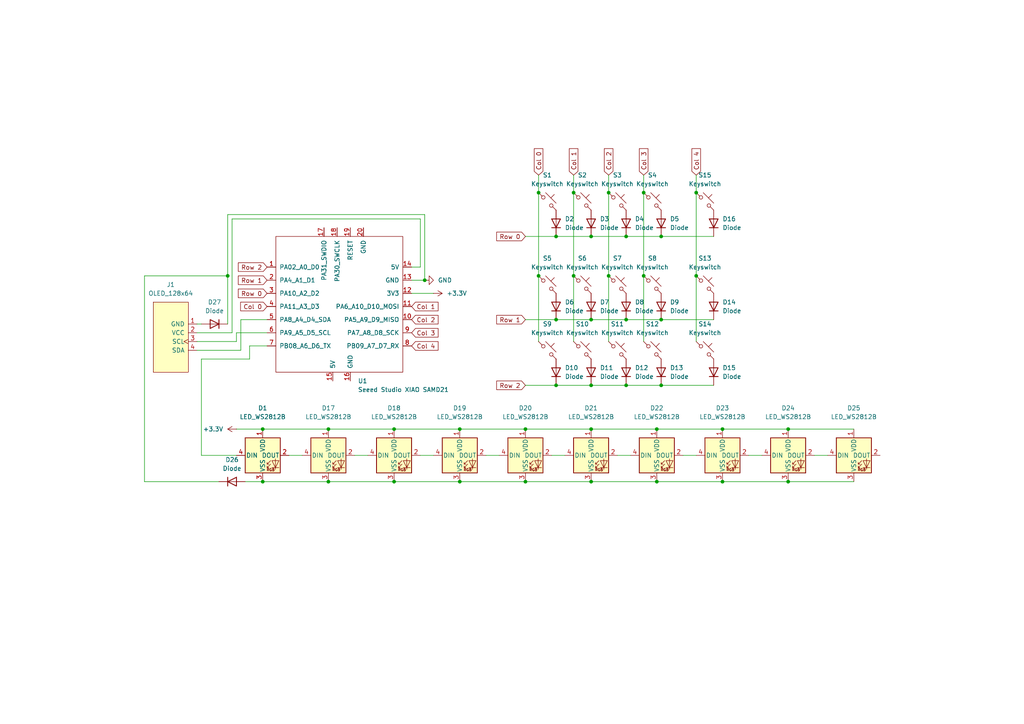
<source format=kicad_sch>
(kicad_sch
	(version 20231120)
	(generator "eeschema")
	(generator_version "8.0")
	(uuid "3a1f6540-c8fc-4774-a184-2e8208094f67")
	(paper "A4")
	(lib_symbols
		(symbol "ScottoKeebs:LED_WS2812B"
			(pin_names
				(offset 0.254)
			)
			(exclude_from_sim no)
			(in_bom yes)
			(on_board yes)
			(property "Reference" "D"
				(at 5.08 5.715 0)
				(effects
					(font
						(size 1.27 1.27)
					)
					(justify right bottom)
				)
			)
			(property "Value" "LED_WS2812B"
				(at 1.27 -5.715 0)
				(effects
					(font
						(size 1.27 1.27)
					)
					(justify left top)
				)
			)
			(property "Footprint" "ScottoKeebs_Components:LED_WS2812B"
				(at 1.27 -7.62 0)
				(effects
					(font
						(size 1.27 1.27)
					)
					(justify left top)
					(hide yes)
				)
			)
			(property "Datasheet" "https://cdn-shop.adafruit.com/datasheets/WS2812B.pdf"
				(at 2.54 -9.525 0)
				(effects
					(font
						(size 1.27 1.27)
					)
					(justify left top)
					(hide yes)
				)
			)
			(property "Description" "RGB LED with integrated controller"
				(at 0 0 0)
				(effects
					(font
						(size 1.27 1.27)
					)
					(hide yes)
				)
			)
			(property "ki_keywords" "RGB LED NeoPixel addressable"
				(at 0 0 0)
				(effects
					(font
						(size 1.27 1.27)
					)
					(hide yes)
				)
			)
			(property "ki_fp_filters" "LED*WS2812*PLCC*5.0x5.0mm*P3.2mm*"
				(at 0 0 0)
				(effects
					(font
						(size 1.27 1.27)
					)
					(hide yes)
				)
			)
			(symbol "LED_WS2812B_0_0"
				(text "RGB"
					(at 2.286 -4.191 0)
					(effects
						(font
							(size 0.762 0.762)
						)
					)
				)
			)
			(symbol "LED_WS2812B_0_1"
				(polyline
					(pts
						(xy 1.27 -3.556) (xy 1.778 -3.556)
					)
					(stroke
						(width 0)
						(type default)
					)
					(fill
						(type none)
					)
				)
				(polyline
					(pts
						(xy 1.27 -2.54) (xy 1.778 -2.54)
					)
					(stroke
						(width 0)
						(type default)
					)
					(fill
						(type none)
					)
				)
				(polyline
					(pts
						(xy 4.699 -3.556) (xy 2.667 -3.556)
					)
					(stroke
						(width 0)
						(type default)
					)
					(fill
						(type none)
					)
				)
				(polyline
					(pts
						(xy 2.286 -2.54) (xy 1.27 -3.556) (xy 1.27 -3.048)
					)
					(stroke
						(width 0)
						(type default)
					)
					(fill
						(type none)
					)
				)
				(polyline
					(pts
						(xy 2.286 -1.524) (xy 1.27 -2.54) (xy 1.27 -2.032)
					)
					(stroke
						(width 0)
						(type default)
					)
					(fill
						(type none)
					)
				)
				(polyline
					(pts
						(xy 3.683 -1.016) (xy 3.683 -3.556) (xy 3.683 -4.064)
					)
					(stroke
						(width 0)
						(type default)
					)
					(fill
						(type none)
					)
				)
				(polyline
					(pts
						(xy 4.699 -1.524) (xy 2.667 -1.524) (xy 3.683 -3.556) (xy 4.699 -1.524)
					)
					(stroke
						(width 0)
						(type default)
					)
					(fill
						(type none)
					)
				)
				(rectangle
					(start 5.08 5.08)
					(end -5.08 -5.08)
					(stroke
						(width 0.254)
						(type default)
					)
					(fill
						(type background)
					)
				)
			)
			(symbol "LED_WS2812B_1_1"
				(pin power_in line
					(at 0 7.62 270)
					(length 2.54)
					(name "VDD"
						(effects
							(font
								(size 1.27 1.27)
							)
						)
					)
					(number "1"
						(effects
							(font
								(size 1.27 1.27)
							)
						)
					)
				)
				(pin output line
					(at 7.62 0 180)
					(length 2.54)
					(name "DOUT"
						(effects
							(font
								(size 1.27 1.27)
							)
						)
					)
					(number "2"
						(effects
							(font
								(size 1.27 1.27)
							)
						)
					)
				)
				(pin power_in line
					(at 0 -7.62 90)
					(length 2.54)
					(name "VSS"
						(effects
							(font
								(size 1.27 1.27)
							)
						)
					)
					(number "3"
						(effects
							(font
								(size 1.27 1.27)
							)
						)
					)
				)
				(pin input line
					(at -7.62 0 0)
					(length 2.54)
					(name "DIN"
						(effects
							(font
								(size 1.27 1.27)
							)
						)
					)
					(number "4"
						(effects
							(font
								(size 1.27 1.27)
							)
						)
					)
				)
			)
		)
		(symbol "ScottoKeebs:OLED_128x64"
			(pin_names
				(offset 1.016)
			)
			(exclude_from_sim no)
			(in_bom yes)
			(on_board yes)
			(property "Reference" "J"
				(at 0 -11.43 0)
				(effects
					(font
						(size 1.27 1.27)
					)
				)
			)
			(property "Value" "OLED_128x64"
				(at 0 -7.62 0)
				(effects
					(font
						(size 1.27 1.27)
					)
				)
			)
			(property "Footprint" "ScottoKeebs_Components:OLED_128x64"
				(at 0 -13.97 0)
				(effects
					(font
						(size 1.27 1.27)
					)
					(hide yes)
				)
			)
			(property "Datasheet" ""
				(at 1.27 0 90)
				(effects
					(font
						(size 1.27 1.27)
					)
					(hide yes)
				)
			)
			(property "Description" ""
				(at 0 0 0)
				(effects
					(font
						(size 1.27 1.27)
					)
					(hide yes)
				)
			)
			(symbol "OLED_128x64_0_1"
				(rectangle
					(start 10.16 -10.16)
					(end -10.16 0)
					(stroke
						(width 0)
						(type default)
					)
					(fill
						(type background)
					)
				)
			)
			(symbol "OLED_128x64_1_1"
				(pin power_in line
					(at -3.81 2.54 270)
					(length 2.54)
					(name "GND"
						(effects
							(font
								(size 1.27 1.27)
							)
						)
					)
					(number "1"
						(effects
							(font
								(size 1.27 1.27)
							)
						)
					)
				)
				(pin power_in line
					(at -1.27 2.54 270)
					(length 2.54)
					(name "VCC"
						(effects
							(font
								(size 1.27 1.27)
							)
						)
					)
					(number "2"
						(effects
							(font
								(size 1.27 1.27)
							)
						)
					)
				)
				(pin input clock
					(at 1.27 2.54 270)
					(length 2.54)
					(name "SCL"
						(effects
							(font
								(size 1.27 1.27)
							)
						)
					)
					(number "3"
						(effects
							(font
								(size 1.27 1.27)
							)
						)
					)
				)
				(pin bidirectional line
					(at 3.81 2.54 270)
					(length 2.54)
					(name "SDA"
						(effects
							(font
								(size 1.27 1.27)
							)
						)
					)
					(number "4"
						(effects
							(font
								(size 1.27 1.27)
							)
						)
					)
				)
			)
		)
		(symbol "ScottoKeebs:Placeholder_Diode"
			(pin_numbers hide)
			(pin_names hide)
			(exclude_from_sim no)
			(in_bom yes)
			(on_board yes)
			(property "Reference" "D"
				(at 0 2.54 0)
				(effects
					(font
						(size 1.27 1.27)
					)
				)
			)
			(property "Value" "Diode"
				(at 0 -2.54 0)
				(effects
					(font
						(size 1.27 1.27)
					)
				)
			)
			(property "Footprint" ""
				(at 0 0 0)
				(effects
					(font
						(size 1.27 1.27)
					)
					(hide yes)
				)
			)
			(property "Datasheet" ""
				(at 0 0 0)
				(effects
					(font
						(size 1.27 1.27)
					)
					(hide yes)
				)
			)
			(property "Description" "1N4148 (DO-35) or 1N4148W (SOD-123)"
				(at 0 0 0)
				(effects
					(font
						(size 1.27 1.27)
					)
					(hide yes)
				)
			)
			(property "Sim.Device" "D"
				(at 0 0 0)
				(effects
					(font
						(size 1.27 1.27)
					)
					(hide yes)
				)
			)
			(property "Sim.Pins" "1=K 2=A"
				(at 0 0 0)
				(effects
					(font
						(size 1.27 1.27)
					)
					(hide yes)
				)
			)
			(property "ki_keywords" "diode"
				(at 0 0 0)
				(effects
					(font
						(size 1.27 1.27)
					)
					(hide yes)
				)
			)
			(property "ki_fp_filters" "D*DO?35*"
				(at 0 0 0)
				(effects
					(font
						(size 1.27 1.27)
					)
					(hide yes)
				)
			)
			(symbol "Placeholder_Diode_0_1"
				(polyline
					(pts
						(xy -1.27 1.27) (xy -1.27 -1.27)
					)
					(stroke
						(width 0.254)
						(type default)
					)
					(fill
						(type none)
					)
				)
				(polyline
					(pts
						(xy 1.27 0) (xy -1.27 0)
					)
					(stroke
						(width 0)
						(type default)
					)
					(fill
						(type none)
					)
				)
				(polyline
					(pts
						(xy 1.27 1.27) (xy 1.27 -1.27) (xy -1.27 0) (xy 1.27 1.27)
					)
					(stroke
						(width 0.254)
						(type default)
					)
					(fill
						(type none)
					)
				)
			)
			(symbol "Placeholder_Diode_1_1"
				(pin passive line
					(at -3.81 0 0)
					(length 2.54)
					(name "K"
						(effects
							(font
								(size 1.27 1.27)
							)
						)
					)
					(number "1"
						(effects
							(font
								(size 1.27 1.27)
							)
						)
					)
				)
				(pin passive line
					(at 3.81 0 180)
					(length 2.54)
					(name "A"
						(effects
							(font
								(size 1.27 1.27)
							)
						)
					)
					(number "2"
						(effects
							(font
								(size 1.27 1.27)
							)
						)
					)
				)
			)
		)
		(symbol "ScottoKeebs:Placeholder_Keyswitch"
			(pin_numbers hide)
			(pin_names
				(offset 1.016) hide)
			(exclude_from_sim no)
			(in_bom yes)
			(on_board yes)
			(property "Reference" "S"
				(at 3.048 1.016 0)
				(effects
					(font
						(size 1.27 1.27)
					)
					(justify left)
				)
			)
			(property "Value" "Keyswitch"
				(at 0 -3.81 0)
				(effects
					(font
						(size 1.27 1.27)
					)
				)
			)
			(property "Footprint" ""
				(at 0 0 0)
				(effects
					(font
						(size 1.27 1.27)
					)
					(hide yes)
				)
			)
			(property "Datasheet" "~"
				(at 0 0 0)
				(effects
					(font
						(size 1.27 1.27)
					)
					(hide yes)
				)
			)
			(property "Description" "Push button switch, normally open, two pins, 45° tilted"
				(at 0 0 0)
				(effects
					(font
						(size 1.27 1.27)
					)
					(hide yes)
				)
			)
			(property "ki_keywords" "switch normally-open pushbutton push-button"
				(at 0 0 0)
				(effects
					(font
						(size 1.27 1.27)
					)
					(hide yes)
				)
			)
			(symbol "Placeholder_Keyswitch_0_1"
				(circle
					(center -1.1684 1.1684)
					(radius 0.508)
					(stroke
						(width 0)
						(type default)
					)
					(fill
						(type none)
					)
				)
				(polyline
					(pts
						(xy -0.508 2.54) (xy 2.54 -0.508)
					)
					(stroke
						(width 0)
						(type default)
					)
					(fill
						(type none)
					)
				)
				(polyline
					(pts
						(xy 1.016 1.016) (xy 2.032 2.032)
					)
					(stroke
						(width 0)
						(type default)
					)
					(fill
						(type none)
					)
				)
				(polyline
					(pts
						(xy -2.54 2.54) (xy -1.524 1.524) (xy -1.524 1.524)
					)
					(stroke
						(width 0)
						(type default)
					)
					(fill
						(type none)
					)
				)
				(polyline
					(pts
						(xy 1.524 -1.524) (xy 2.54 -2.54) (xy 2.54 -2.54) (xy 2.54 -2.54)
					)
					(stroke
						(width 0)
						(type default)
					)
					(fill
						(type none)
					)
				)
				(circle
					(center 1.143 -1.1938)
					(radius 0.508)
					(stroke
						(width 0)
						(type default)
					)
					(fill
						(type none)
					)
				)
				(pin passive line
					(at -2.54 2.54 0)
					(length 0)
					(name "1"
						(effects
							(font
								(size 1.27 1.27)
							)
						)
					)
					(number "1"
						(effects
							(font
								(size 1.27 1.27)
							)
						)
					)
				)
				(pin passive line
					(at 2.54 -2.54 180)
					(length 0)
					(name "2"
						(effects
							(font
								(size 1.27 1.27)
							)
						)
					)
					(number "2"
						(effects
							(font
								(size 1.27 1.27)
							)
						)
					)
				)
			)
		)
		(symbol "Seeed_Studio_XIAO_Series:Seeed Studio XIAO SAMD21"
			(pin_names
				(offset 1.016)
			)
			(exclude_from_sim no)
			(in_bom yes)
			(on_board yes)
			(property "Reference" "U"
				(at -19.05 22.86 0)
				(effects
					(font
						(size 1.27 1.27)
					)
				)
			)
			(property "Value" "Seeed Studio XIAO SAMD21"
				(at -12.7 21.59 0)
				(effects
					(font
						(size 1.27 1.27)
					)
				)
			)
			(property "Footprint" ""
				(at -8.89 5.08 0)
				(effects
					(font
						(size 1.27 1.27)
					)
					(hide yes)
				)
			)
			(property "Datasheet" ""
				(at -8.89 5.08 0)
				(effects
					(font
						(size 1.27 1.27)
					)
					(hide yes)
				)
			)
			(property "Description" ""
				(at 0 0 0)
				(effects
					(font
						(size 1.27 1.27)
					)
					(hide yes)
				)
			)
			(symbol "Seeed Studio XIAO SAMD21_0_1"
				(rectangle
					(start -19.05 20.32)
					(end 17.78 -19.05)
					(stroke
						(width 0)
						(type default)
					)
					(fill
						(type none)
					)
				)
			)
			(symbol "Seeed Studio XIAO SAMD21_1_1"
				(pin unspecified line
					(at -21.59 11.43 0)
					(length 2.54)
					(name "PA02_A0_D0"
						(effects
							(font
								(size 1.27 1.27)
							)
						)
					)
					(number "1"
						(effects
							(font
								(size 1.27 1.27)
							)
						)
					)
				)
				(pin unspecified line
					(at 20.32 -3.81 180)
					(length 2.54)
					(name "PA5_A9_D9_MISO"
						(effects
							(font
								(size 1.27 1.27)
							)
						)
					)
					(number "10"
						(effects
							(font
								(size 1.27 1.27)
							)
						)
					)
				)
				(pin unspecified line
					(at 20.32 0 180)
					(length 2.54)
					(name "PA6_A10_D10_MOSI"
						(effects
							(font
								(size 1.27 1.27)
							)
						)
					)
					(number "11"
						(effects
							(font
								(size 1.27 1.27)
							)
						)
					)
				)
				(pin unspecified line
					(at 20.32 3.81 180)
					(length 2.54)
					(name "3V3"
						(effects
							(font
								(size 1.27 1.27)
							)
						)
					)
					(number "12"
						(effects
							(font
								(size 1.27 1.27)
							)
						)
					)
				)
				(pin unspecified line
					(at 20.32 7.62 180)
					(length 2.54)
					(name "GND"
						(effects
							(font
								(size 1.27 1.27)
							)
						)
					)
					(number "13"
						(effects
							(font
								(size 1.27 1.27)
							)
						)
					)
				)
				(pin unspecified line
					(at 20.32 11.43 180)
					(length 2.54)
					(name "5V"
						(effects
							(font
								(size 1.27 1.27)
							)
						)
					)
					(number "14"
						(effects
							(font
								(size 1.27 1.27)
							)
						)
					)
				)
				(pin input line
					(at -2.54 -21.59 90)
					(length 2.54)
					(name "5V"
						(effects
							(font
								(size 1.27 1.27)
							)
						)
					)
					(number "15"
						(effects
							(font
								(size 1.27 1.27)
							)
						)
					)
				)
				(pin input line
					(at 2.54 -21.59 90)
					(length 2.54)
					(name "GND"
						(effects
							(font
								(size 1.27 1.27)
							)
						)
					)
					(number "16"
						(effects
							(font
								(size 1.27 1.27)
							)
						)
					)
				)
				(pin input line
					(at -5.08 22.86 270)
					(length 2.54)
					(name "PA31_SWDIO"
						(effects
							(font
								(size 1.27 1.27)
							)
						)
					)
					(number "17"
						(effects
							(font
								(size 1.27 1.27)
							)
						)
					)
				)
				(pin input line
					(at -1.27 22.86 270)
					(length 2.54)
					(name "PA30_SWCLK"
						(effects
							(font
								(size 1.27 1.27)
							)
						)
					)
					(number "18"
						(effects
							(font
								(size 1.27 1.27)
							)
						)
					)
				)
				(pin input line
					(at 2.54 22.86 270)
					(length 2.54)
					(name "RESET"
						(effects
							(font
								(size 1.27 1.27)
							)
						)
					)
					(number "19"
						(effects
							(font
								(size 1.27 1.27)
							)
						)
					)
				)
				(pin unspecified line
					(at -21.59 7.62 0)
					(length 2.54)
					(name "PA4_A1_D1"
						(effects
							(font
								(size 1.27 1.27)
							)
						)
					)
					(number "2"
						(effects
							(font
								(size 1.27 1.27)
							)
						)
					)
				)
				(pin input line
					(at 6.35 22.86 270)
					(length 2.54)
					(name "GND"
						(effects
							(font
								(size 1.27 1.27)
							)
						)
					)
					(number "20"
						(effects
							(font
								(size 1.27 1.27)
							)
						)
					)
				)
				(pin unspecified line
					(at -21.59 3.81 0)
					(length 2.54)
					(name "PA10_A2_D2"
						(effects
							(font
								(size 1.27 1.27)
							)
						)
					)
					(number "3"
						(effects
							(font
								(size 1.27 1.27)
							)
						)
					)
				)
				(pin unspecified line
					(at -21.59 0 0)
					(length 2.54)
					(name "PA11_A3_D3"
						(effects
							(font
								(size 1.27 1.27)
							)
						)
					)
					(number "4"
						(effects
							(font
								(size 1.27 1.27)
							)
						)
					)
				)
				(pin unspecified line
					(at -21.59 -3.81 0)
					(length 2.54)
					(name "PA8_A4_D4_SDA"
						(effects
							(font
								(size 1.27 1.27)
							)
						)
					)
					(number "5"
						(effects
							(font
								(size 1.27 1.27)
							)
						)
					)
				)
				(pin unspecified line
					(at -21.59 -7.62 0)
					(length 2.54)
					(name "PA9_A5_D5_SCL"
						(effects
							(font
								(size 1.27 1.27)
							)
						)
					)
					(number "6"
						(effects
							(font
								(size 1.27 1.27)
							)
						)
					)
				)
				(pin unspecified line
					(at -21.59 -11.43 0)
					(length 2.54)
					(name "PB08_A6_D6_TX"
						(effects
							(font
								(size 1.27 1.27)
							)
						)
					)
					(number "7"
						(effects
							(font
								(size 1.27 1.27)
							)
						)
					)
				)
				(pin unspecified line
					(at 20.32 -11.43 180)
					(length 2.54)
					(name "PB09_A7_D7_RX"
						(effects
							(font
								(size 1.27 1.27)
							)
						)
					)
					(number "8"
						(effects
							(font
								(size 1.27 1.27)
							)
						)
					)
				)
				(pin unspecified line
					(at 20.32 -7.62 180)
					(length 2.54)
					(name "PA7_A8_D8_SCK"
						(effects
							(font
								(size 1.27 1.27)
							)
						)
					)
					(number "9"
						(effects
							(font
								(size 1.27 1.27)
							)
						)
					)
				)
			)
		)
		(symbol "power:+3.3V"
			(power)
			(pin_numbers hide)
			(pin_names
				(offset 0) hide)
			(exclude_from_sim no)
			(in_bom yes)
			(on_board yes)
			(property "Reference" "#PWR"
				(at 0 -3.81 0)
				(effects
					(font
						(size 1.27 1.27)
					)
					(hide yes)
				)
			)
			(property "Value" "+3.3V"
				(at 0 3.556 0)
				(effects
					(font
						(size 1.27 1.27)
					)
				)
			)
			(property "Footprint" ""
				(at 0 0 0)
				(effects
					(font
						(size 1.27 1.27)
					)
					(hide yes)
				)
			)
			(property "Datasheet" ""
				(at 0 0 0)
				(effects
					(font
						(size 1.27 1.27)
					)
					(hide yes)
				)
			)
			(property "Description" "Power symbol creates a global label with name \"+3.3V\""
				(at 0 0 0)
				(effects
					(font
						(size 1.27 1.27)
					)
					(hide yes)
				)
			)
			(property "ki_keywords" "global power"
				(at 0 0 0)
				(effects
					(font
						(size 1.27 1.27)
					)
					(hide yes)
				)
			)
			(symbol "+3.3V_0_1"
				(polyline
					(pts
						(xy -0.762 1.27) (xy 0 2.54)
					)
					(stroke
						(width 0)
						(type default)
					)
					(fill
						(type none)
					)
				)
				(polyline
					(pts
						(xy 0 0) (xy 0 2.54)
					)
					(stroke
						(width 0)
						(type default)
					)
					(fill
						(type none)
					)
				)
				(polyline
					(pts
						(xy 0 2.54) (xy 0.762 1.27)
					)
					(stroke
						(width 0)
						(type default)
					)
					(fill
						(type none)
					)
				)
			)
			(symbol "+3.3V_1_1"
				(pin power_in line
					(at 0 0 90)
					(length 0)
					(name "~"
						(effects
							(font
								(size 1.27 1.27)
							)
						)
					)
					(number "1"
						(effects
							(font
								(size 1.27 1.27)
							)
						)
					)
				)
			)
		)
		(symbol "power:GND"
			(power)
			(pin_numbers hide)
			(pin_names
				(offset 0) hide)
			(exclude_from_sim no)
			(in_bom yes)
			(on_board yes)
			(property "Reference" "#PWR"
				(at 0 -6.35 0)
				(effects
					(font
						(size 1.27 1.27)
					)
					(hide yes)
				)
			)
			(property "Value" "GND"
				(at 0 -3.81 0)
				(effects
					(font
						(size 1.27 1.27)
					)
				)
			)
			(property "Footprint" ""
				(at 0 0 0)
				(effects
					(font
						(size 1.27 1.27)
					)
					(hide yes)
				)
			)
			(property "Datasheet" ""
				(at 0 0 0)
				(effects
					(font
						(size 1.27 1.27)
					)
					(hide yes)
				)
			)
			(property "Description" "Power symbol creates a global label with name \"GND\" , ground"
				(at 0 0 0)
				(effects
					(font
						(size 1.27 1.27)
					)
					(hide yes)
				)
			)
			(property "ki_keywords" "global power"
				(at 0 0 0)
				(effects
					(font
						(size 1.27 1.27)
					)
					(hide yes)
				)
			)
			(symbol "GND_0_1"
				(polyline
					(pts
						(xy 0 0) (xy 0 -1.27) (xy 1.27 -1.27) (xy 0 -2.54) (xy -1.27 -1.27) (xy 0 -1.27)
					)
					(stroke
						(width 0)
						(type default)
					)
					(fill
						(type none)
					)
				)
			)
			(symbol "GND_1_1"
				(pin power_in line
					(at 0 0 270)
					(length 0)
					(name "~"
						(effects
							(font
								(size 1.27 1.27)
							)
						)
					)
					(number "1"
						(effects
							(font
								(size 1.27 1.27)
							)
						)
					)
				)
			)
		)
	)
	(junction
		(at 114.3 124.46)
		(diameter 0)
		(color 0 0 0 0)
		(uuid "0097ac43-160d-412d-ba33-98c7416d8934")
	)
	(junction
		(at 152.4 139.7)
		(diameter 0)
		(color 0 0 0 0)
		(uuid "01a2589f-d17a-490d-8640-f6c1e1b4c04e")
	)
	(junction
		(at 181.61 68.58)
		(diameter 0)
		(color 0 0 0 0)
		(uuid "043a4880-4a00-4f85-afec-4052e7c635ce")
	)
	(junction
		(at 209.55 139.7)
		(diameter 0)
		(color 0 0 0 0)
		(uuid "05e8e701-5bd3-46e6-ab33-b4730819c360")
	)
	(junction
		(at 176.53 55.88)
		(diameter 0)
		(color 0 0 0 0)
		(uuid "08c057a0-84a5-468a-933e-3f35a636e0fe")
	)
	(junction
		(at 133.35 124.46)
		(diameter 0)
		(color 0 0 0 0)
		(uuid "09bf8d52-41c7-4fef-815b-5fd87abf5ea2")
	)
	(junction
		(at 166.37 55.88)
		(diameter 0)
		(color 0 0 0 0)
		(uuid "0c6f081a-9292-4911-a0b3-3565dbd50641")
	)
	(junction
		(at 161.29 68.58)
		(diameter 0)
		(color 0 0 0 0)
		(uuid "108957e8-86e9-479d-8bfc-2bd223d4c3af")
	)
	(junction
		(at 176.53 80.01)
		(diameter 0)
		(color 0 0 0 0)
		(uuid "13cf3023-1a15-4756-acae-537c33b0bf6b")
	)
	(junction
		(at 186.69 55.88)
		(diameter 0)
		(color 0 0 0 0)
		(uuid "1c869017-cb9b-48f5-acbc-ba0d338869c6")
	)
	(junction
		(at 171.45 92.71)
		(diameter 0)
		(color 0 0 0 0)
		(uuid "1daf592c-741f-4c2c-b417-534b294b5fcb")
	)
	(junction
		(at 190.5 139.7)
		(diameter 0)
		(color 0 0 0 0)
		(uuid "28a397e2-6a9d-43fb-9262-daa7afbbd776")
	)
	(junction
		(at 191.77 68.58)
		(diameter 0)
		(color 0 0 0 0)
		(uuid "2cf6804d-b560-4e07-b39c-383cb14b70b6")
	)
	(junction
		(at 161.29 92.71)
		(diameter 0)
		(color 0 0 0 0)
		(uuid "3132394b-4f5c-4009-aa36-6829386230ad")
	)
	(junction
		(at 95.25 124.46)
		(diameter 0)
		(color 0 0 0 0)
		(uuid "3d0e9dff-af7b-4de6-b4e6-d08616dee2d8")
	)
	(junction
		(at 66.04 80.01)
		(diameter 0)
		(color 0 0 0 0)
		(uuid "4df0c36e-47f2-4862-b419-4b3ae57f278b")
	)
	(junction
		(at 166.37 80.01)
		(diameter 0)
		(color 0 0 0 0)
		(uuid "5047d750-cf98-4908-aaa7-0be0cf52a3ce")
	)
	(junction
		(at 171.45 68.58)
		(diameter 0)
		(color 0 0 0 0)
		(uuid "506fc34b-e7d6-4287-9ad3-43bb093052b2")
	)
	(junction
		(at 114.3 139.7)
		(diameter 0)
		(color 0 0 0 0)
		(uuid "5ef6274e-5704-4a63-aa71-5f68d2677709")
	)
	(junction
		(at 152.4 124.46)
		(diameter 0)
		(color 0 0 0 0)
		(uuid "6debf0d4-70b1-4826-99f6-3ba958f5d6ef")
	)
	(junction
		(at 171.45 124.46)
		(diameter 0)
		(color 0 0 0 0)
		(uuid "6fd399a5-9246-4bfa-a6dd-754d74b156e9")
	)
	(junction
		(at 76.2 124.46)
		(diameter 0)
		(color 0 0 0 0)
		(uuid "747c7288-3aa1-4a84-b573-563a7580bd3f")
	)
	(junction
		(at 201.93 80.01)
		(diameter 0)
		(color 0 0 0 0)
		(uuid "78e92e9a-e4d7-4da3-9489-30bb7efe9883")
	)
	(junction
		(at 201.93 55.88)
		(diameter 0)
		(color 0 0 0 0)
		(uuid "80f7e228-3224-4ed1-8ab1-b54f862bf370")
	)
	(junction
		(at 123.19 81.28)
		(diameter 0)
		(color 0 0 0 0)
		(uuid "8e54e3c3-37e1-488c-87f0-0cac2185e794")
	)
	(junction
		(at 181.61 111.76)
		(diameter 0)
		(color 0 0 0 0)
		(uuid "918823c2-7010-4270-9e27-ab6a2f2dfff5")
	)
	(junction
		(at 156.21 80.01)
		(diameter 0)
		(color 0 0 0 0)
		(uuid "9f468b95-95ca-4354-aba4-42dd599bc5bf")
	)
	(junction
		(at 181.61 92.71)
		(diameter 0)
		(color 0 0 0 0)
		(uuid "9fc8b7aa-4b6d-4681-a045-bad62510ce81")
	)
	(junction
		(at 191.77 92.71)
		(diameter 0)
		(color 0 0 0 0)
		(uuid "a63edf0c-ec8b-4c63-9b52-115b6e74b4aa")
	)
	(junction
		(at 133.35 139.7)
		(diameter 0)
		(color 0 0 0 0)
		(uuid "a697089b-f86a-4988-ac1c-70df711d0edd")
	)
	(junction
		(at 191.77 111.76)
		(diameter 0)
		(color 0 0 0 0)
		(uuid "ac8a8e5e-16a5-4e2c-8564-d75ae4c1de0e")
	)
	(junction
		(at 228.6 139.7)
		(diameter 0)
		(color 0 0 0 0)
		(uuid "ad9b2087-909a-4ba1-b158-4a1d379adb96")
	)
	(junction
		(at 161.29 111.76)
		(diameter 0)
		(color 0 0 0 0)
		(uuid "b2e8a2f9-7a2e-4550-bab6-606bd9f5ac0c")
	)
	(junction
		(at 95.25 139.7)
		(diameter 0)
		(color 0 0 0 0)
		(uuid "b5a1c3ac-1846-4035-97ad-4d4909feaba8")
	)
	(junction
		(at 228.6 124.46)
		(diameter 0)
		(color 0 0 0 0)
		(uuid "bd9ce9c8-31ee-46ea-9781-09c7cc85780a")
	)
	(junction
		(at 209.55 124.46)
		(diameter 0)
		(color 0 0 0 0)
		(uuid "c5f1b89c-a113-4ad7-b784-fb615c493032")
	)
	(junction
		(at 186.69 80.01)
		(diameter 0)
		(color 0 0 0 0)
		(uuid "d872d36f-b87b-45a4-8eb2-0afaeafe21d7")
	)
	(junction
		(at 190.5 124.46)
		(diameter 0)
		(color 0 0 0 0)
		(uuid "e0f99f76-6367-4049-bbfa-58955bf657d7")
	)
	(junction
		(at 171.45 139.7)
		(diameter 0)
		(color 0 0 0 0)
		(uuid "e6f3085e-0e0a-4eb1-bbad-b65efcf2925c")
	)
	(junction
		(at 171.45 111.76)
		(diameter 0)
		(color 0 0 0 0)
		(uuid "eb951690-afcb-4e91-a3d1-8f6d5d4c4fb9")
	)
	(junction
		(at 76.2 139.7)
		(diameter 0)
		(color 0 0 0 0)
		(uuid "f1ae9111-4bc2-4be8-97e6-3ec34f6cb549")
	)
	(junction
		(at 156.21 55.88)
		(diameter 0)
		(color 0 0 0 0)
		(uuid "fb8ac235-d4e6-4aa1-8d5a-db2bf6d15312")
	)
	(wire
		(pts
			(xy 176.53 50.8) (xy 176.53 55.88)
		)
		(stroke
			(width 0)
			(type default)
		)
		(uuid "01904165-ef4a-4262-a3df-4e7316e2b172")
	)
	(wire
		(pts
			(xy 171.45 111.76) (xy 181.61 111.76)
		)
		(stroke
			(width 0)
			(type default)
		)
		(uuid "05a3fb30-884b-4d5b-bec8-cada970dc59b")
	)
	(wire
		(pts
			(xy 72.39 100.33) (xy 72.39 104.14)
		)
		(stroke
			(width 0)
			(type default)
		)
		(uuid "05a8ae80-d290-4073-af96-6b8e49ea7047")
	)
	(wire
		(pts
			(xy 58.42 104.14) (xy 58.42 132.08)
		)
		(stroke
			(width 0)
			(type default)
		)
		(uuid "0686d6d2-5ec7-4906-ba72-722628f0e33a")
	)
	(wire
		(pts
			(xy 181.61 111.76) (xy 191.77 111.76)
		)
		(stroke
			(width 0)
			(type default)
		)
		(uuid "0b2e8284-0aa2-4bc2-9a48-8d4be1442f5b")
	)
	(wire
		(pts
			(xy 119.38 81.28) (xy 123.19 81.28)
		)
		(stroke
			(width 0)
			(type default)
		)
		(uuid "0c28cfa5-4892-4b32-97b2-4cae0f714b28")
	)
	(wire
		(pts
			(xy 41.91 80.01) (xy 66.04 80.01)
		)
		(stroke
			(width 0)
			(type default)
		)
		(uuid "0e6d967f-8866-4324-b267-7bfaa463a53a")
	)
	(wire
		(pts
			(xy 171.45 124.46) (xy 190.5 124.46)
		)
		(stroke
			(width 0)
			(type default)
		)
		(uuid "0eaa11e6-2bd1-4bde-b6e0-236ce0b423d0")
	)
	(wire
		(pts
			(xy 156.21 50.8) (xy 156.21 55.88)
		)
		(stroke
			(width 0)
			(type default)
		)
		(uuid "114d87e1-303d-46e3-8a9d-8da009a21d8e")
	)
	(wire
		(pts
			(xy 77.47 100.33) (xy 72.39 100.33)
		)
		(stroke
			(width 0)
			(type default)
		)
		(uuid "19f40bf0-4877-41e8-92ea-12488dce926d")
	)
	(wire
		(pts
			(xy 152.4 139.7) (xy 171.45 139.7)
		)
		(stroke
			(width 0)
			(type default)
		)
		(uuid "1b9640fd-532e-49d8-a279-48821018666f")
	)
	(wire
		(pts
			(xy 72.39 104.14) (xy 58.42 104.14)
		)
		(stroke
			(width 0)
			(type default)
		)
		(uuid "1cb43775-bb0e-4335-9648-0f699a554253")
	)
	(wire
		(pts
			(xy 114.3 124.46) (xy 133.35 124.46)
		)
		(stroke
			(width 0)
			(type default)
		)
		(uuid "1e515fd0-c02c-4be6-af14-5255c8fa3d2d")
	)
	(wire
		(pts
			(xy 156.21 80.01) (xy 156.21 99.06)
		)
		(stroke
			(width 0)
			(type default)
		)
		(uuid "1f5aa787-7342-4066-989a-129a95b65b84")
	)
	(wire
		(pts
			(xy 156.21 55.88) (xy 156.21 80.01)
		)
		(stroke
			(width 0)
			(type default)
		)
		(uuid "212f8f17-0307-4c1b-8d55-53502edd4a65")
	)
	(wire
		(pts
			(xy 201.93 50.8) (xy 201.93 55.88)
		)
		(stroke
			(width 0)
			(type default)
		)
		(uuid "22c5aed5-37f3-4f98-896c-8721a118aa07")
	)
	(wire
		(pts
			(xy 152.4 68.58) (xy 161.29 68.58)
		)
		(stroke
			(width 0)
			(type default)
		)
		(uuid "28438e52-dcec-4f79-a670-dc0086166bf4")
	)
	(wire
		(pts
			(xy 209.55 139.7) (xy 228.6 139.7)
		)
		(stroke
			(width 0)
			(type default)
		)
		(uuid "2883e656-e7a8-4673-ad24-6520a290f575")
	)
	(wire
		(pts
			(xy 121.92 63.5) (xy 121.92 77.47)
		)
		(stroke
			(width 0)
			(type default)
		)
		(uuid "295dfa28-191c-4202-becd-1a1a85980f01")
	)
	(wire
		(pts
			(xy 95.25 139.7) (xy 114.3 139.7)
		)
		(stroke
			(width 0)
			(type default)
		)
		(uuid "29696284-16d5-4601-8f6f-38ab2d74ac05")
	)
	(wire
		(pts
			(xy 76.2 139.7) (xy 95.25 139.7)
		)
		(stroke
			(width 0)
			(type default)
		)
		(uuid "2bbf3f99-712d-4f8a-9ad1-7443746d2a74")
	)
	(wire
		(pts
			(xy 119.38 85.09) (xy 125.73 85.09)
		)
		(stroke
			(width 0)
			(type default)
		)
		(uuid "2d8b0b0a-ba10-4fb7-9362-c166f3a3e870")
	)
	(wire
		(pts
			(xy 68.58 124.46) (xy 76.2 124.46)
		)
		(stroke
			(width 0)
			(type default)
		)
		(uuid "30586d03-27b2-4e3a-9308-29ee13bfe529")
	)
	(wire
		(pts
			(xy 161.29 68.58) (xy 171.45 68.58)
		)
		(stroke
			(width 0)
			(type default)
		)
		(uuid "3262faea-2f70-4f6e-8585-8475fd645a1e")
	)
	(wire
		(pts
			(xy 191.77 68.58) (xy 207.01 68.58)
		)
		(stroke
			(width 0)
			(type default)
		)
		(uuid "3338f1b5-269a-4110-b127-2d1e6663514c")
	)
	(wire
		(pts
			(xy 152.4 124.46) (xy 171.45 124.46)
		)
		(stroke
			(width 0)
			(type default)
		)
		(uuid "37098059-ec75-4828-b488-8dd79b2451cc")
	)
	(wire
		(pts
			(xy 68.58 99.06) (xy 68.58 96.52)
		)
		(stroke
			(width 0)
			(type default)
		)
		(uuid "43b6774c-56c1-4763-86e1-823a0d22db7b")
	)
	(wire
		(pts
			(xy 171.45 92.71) (xy 181.61 92.71)
		)
		(stroke
			(width 0)
			(type default)
		)
		(uuid "43dc4824-3a91-4250-8805-3f2fc63863df")
	)
	(wire
		(pts
			(xy 236.22 132.08) (xy 240.03 132.08)
		)
		(stroke
			(width 0)
			(type default)
		)
		(uuid "54d8e416-afa0-4432-b89d-9c62031c2d57")
	)
	(wire
		(pts
			(xy 152.4 92.71) (xy 161.29 92.71)
		)
		(stroke
			(width 0)
			(type default)
		)
		(uuid "55724361-1741-4808-99a1-792d9e577e98")
	)
	(wire
		(pts
			(xy 228.6 139.7) (xy 247.65 139.7)
		)
		(stroke
			(width 0)
			(type default)
		)
		(uuid "57d9defb-02b6-4a21-a795-647014499e42")
	)
	(wire
		(pts
			(xy 68.58 96.52) (xy 77.47 96.52)
		)
		(stroke
			(width 0)
			(type default)
		)
		(uuid "5831f519-18e7-4278-aec9-fae943a95566")
	)
	(wire
		(pts
			(xy 179.07 132.08) (xy 182.88 132.08)
		)
		(stroke
			(width 0)
			(type default)
		)
		(uuid "5904ec67-ae31-4071-930d-11b6feda2cf3")
	)
	(wire
		(pts
			(xy 166.37 80.01) (xy 166.37 99.06)
		)
		(stroke
			(width 0)
			(type default)
		)
		(uuid "5b05e24a-10a1-424c-83ef-d77aa68507aa")
	)
	(wire
		(pts
			(xy 166.37 55.88) (xy 166.37 80.01)
		)
		(stroke
			(width 0)
			(type default)
		)
		(uuid "614bbc4d-94f8-41b1-bec1-3d568e300b0f")
	)
	(wire
		(pts
			(xy 123.19 62.23) (xy 123.19 81.28)
		)
		(stroke
			(width 0)
			(type default)
		)
		(uuid "68e141a0-3f95-4b46-ac83-fc3f1751f2c9")
	)
	(wire
		(pts
			(xy 121.92 77.47) (xy 119.38 77.47)
		)
		(stroke
			(width 0)
			(type default)
		)
		(uuid "6a005278-ec06-49be-9c5b-49fce310b9c2")
	)
	(wire
		(pts
			(xy 161.29 92.71) (xy 171.45 92.71)
		)
		(stroke
			(width 0)
			(type default)
		)
		(uuid "6c050137-e0b7-4652-ba27-63f70e1dc391")
	)
	(wire
		(pts
			(xy 152.4 111.76) (xy 161.29 111.76)
		)
		(stroke
			(width 0)
			(type default)
		)
		(uuid "72202e8e-5dbe-4a44-ba2b-756c9ddd03c0")
	)
	(wire
		(pts
			(xy 140.97 132.08) (xy 144.78 132.08)
		)
		(stroke
			(width 0)
			(type default)
		)
		(uuid "7892ac56-609e-4c8c-a2a7-6a5b0eb60ff0")
	)
	(wire
		(pts
			(xy 57.15 101.6) (xy 69.85 101.6)
		)
		(stroke
			(width 0)
			(type default)
		)
		(uuid "7bd4c637-679a-47e5-988f-2892be973931")
	)
	(wire
		(pts
			(xy 176.53 55.88) (xy 176.53 80.01)
		)
		(stroke
			(width 0)
			(type default)
		)
		(uuid "814e65c1-91b8-44e7-b6d6-702bf7b95f32")
	)
	(wire
		(pts
			(xy 66.04 62.23) (xy 123.19 62.23)
		)
		(stroke
			(width 0)
			(type default)
		)
		(uuid "859dbda7-cb74-416a-a9d6-5c2726ecaf94")
	)
	(wire
		(pts
			(xy 121.92 132.08) (xy 125.73 132.08)
		)
		(stroke
			(width 0)
			(type default)
		)
		(uuid "8a7943dc-c39c-41ea-ae49-6c41ff507669")
	)
	(wire
		(pts
			(xy 67.31 96.52) (xy 67.31 63.5)
		)
		(stroke
			(width 0)
			(type default)
		)
		(uuid "8aefcc29-f0d1-4879-8e2d-330ada67bc30")
	)
	(wire
		(pts
			(xy 66.04 93.98) (xy 66.04 80.01)
		)
		(stroke
			(width 0)
			(type default)
		)
		(uuid "8e56e8a6-71b9-47dd-845d-4136eb412b22")
	)
	(wire
		(pts
			(xy 71.12 139.7) (xy 76.2 139.7)
		)
		(stroke
			(width 0)
			(type default)
		)
		(uuid "9070c4b5-421d-4c6f-830a-5b4a2d16e776")
	)
	(wire
		(pts
			(xy 181.61 92.71) (xy 191.77 92.71)
		)
		(stroke
			(width 0)
			(type default)
		)
		(uuid "908eb73c-fa9f-4dd0-93e7-2abaae45e36f")
	)
	(wire
		(pts
			(xy 176.53 80.01) (xy 176.53 99.06)
		)
		(stroke
			(width 0)
			(type default)
		)
		(uuid "98fe8d28-1e63-4cb2-af7f-f15cb7a2ee1d")
	)
	(wire
		(pts
			(xy 161.29 111.76) (xy 171.45 111.76)
		)
		(stroke
			(width 0)
			(type default)
		)
		(uuid "9acc96bf-4fbc-4dea-b791-df87784d1bc9")
	)
	(wire
		(pts
			(xy 57.15 99.06) (xy 68.58 99.06)
		)
		(stroke
			(width 0)
			(type default)
		)
		(uuid "9c00e9e5-d332-4aac-82ba-90f5522f968a")
	)
	(wire
		(pts
			(xy 114.3 139.7) (xy 133.35 139.7)
		)
		(stroke
			(width 0)
			(type default)
		)
		(uuid "9c6046f8-ef11-43b5-a917-ba92b260d7d8")
	)
	(wire
		(pts
			(xy 58.42 93.98) (xy 57.15 93.98)
		)
		(stroke
			(width 0)
			(type default)
		)
		(uuid "9edae68e-7a8c-42e9-8359-b982691913ee")
	)
	(wire
		(pts
			(xy 181.61 68.58) (xy 191.77 68.58)
		)
		(stroke
			(width 0)
			(type default)
		)
		(uuid "9eea5f83-6456-4def-9204-573074d74ba5")
	)
	(wire
		(pts
			(xy 209.55 124.46) (xy 228.6 124.46)
		)
		(stroke
			(width 0)
			(type default)
		)
		(uuid "a412c0ce-45e0-4b31-a572-052917a2b15f")
	)
	(wire
		(pts
			(xy 166.37 50.8) (xy 166.37 55.88)
		)
		(stroke
			(width 0)
			(type default)
		)
		(uuid "a4aba642-eab2-4911-bc05-f40ef0f37018")
	)
	(wire
		(pts
			(xy 186.69 55.88) (xy 186.69 80.01)
		)
		(stroke
			(width 0)
			(type default)
		)
		(uuid "a4f11a1e-2167-4b46-b4c5-a17a0ef73a1f")
	)
	(wire
		(pts
			(xy 190.5 124.46) (xy 209.55 124.46)
		)
		(stroke
			(width 0)
			(type default)
		)
		(uuid "a9fba078-534d-4ec9-83bd-d8f1694a3429")
	)
	(wire
		(pts
			(xy 191.77 111.76) (xy 207.01 111.76)
		)
		(stroke
			(width 0)
			(type default)
		)
		(uuid "aa4506f4-b8c7-4acc-abfb-8582f9127e1b")
	)
	(wire
		(pts
			(xy 83.82 132.08) (xy 87.63 132.08)
		)
		(stroke
			(width 0)
			(type default)
		)
		(uuid "ab83640e-5bcc-4831-9caa-3a5016b71b99")
	)
	(wire
		(pts
			(xy 171.45 68.58) (xy 181.61 68.58)
		)
		(stroke
			(width 0)
			(type default)
		)
		(uuid "adeade82-de49-4236-9617-3c802b04c27e")
	)
	(wire
		(pts
			(xy 69.85 92.71) (xy 77.47 92.71)
		)
		(stroke
			(width 0)
			(type default)
		)
		(uuid "b12e9454-bddf-4e51-a046-e0273e1fe106")
	)
	(wire
		(pts
			(xy 69.85 101.6) (xy 69.85 92.71)
		)
		(stroke
			(width 0)
			(type default)
		)
		(uuid "b1d143e8-d2e7-4b4d-8465-6510bde4257a")
	)
	(wire
		(pts
			(xy 201.93 55.88) (xy 201.93 80.01)
		)
		(stroke
			(width 0)
			(type default)
		)
		(uuid "b2efd695-94cf-43a8-8605-d41b68c87985")
	)
	(wire
		(pts
			(xy 58.42 132.08) (xy 68.58 132.08)
		)
		(stroke
			(width 0)
			(type default)
		)
		(uuid "b58a0be6-ca68-468a-8fe5-b906934a97e6")
	)
	(wire
		(pts
			(xy 190.5 139.7) (xy 209.55 139.7)
		)
		(stroke
			(width 0)
			(type default)
		)
		(uuid "b5b6d296-e2bf-4ca0-99cf-5833f3a99594")
	)
	(wire
		(pts
			(xy 41.91 139.7) (xy 41.91 80.01)
		)
		(stroke
			(width 0)
			(type default)
		)
		(uuid "ba15857d-79e2-49c7-bfe2-c3a221930257")
	)
	(wire
		(pts
			(xy 133.35 124.46) (xy 152.4 124.46)
		)
		(stroke
			(width 0)
			(type default)
		)
		(uuid "c4bad180-31f8-4a4a-bcf7-5406eaff5e49")
	)
	(wire
		(pts
			(xy 191.77 92.71) (xy 207.01 92.71)
		)
		(stroke
			(width 0)
			(type default)
		)
		(uuid "c67228d1-95d1-4a9c-b5eb-72676463c051")
	)
	(wire
		(pts
			(xy 102.87 132.08) (xy 106.68 132.08)
		)
		(stroke
			(width 0)
			(type default)
		)
		(uuid "c7645ddb-2f3c-48fe-a282-b0ff51d26392")
	)
	(wire
		(pts
			(xy 133.35 139.7) (xy 152.4 139.7)
		)
		(stroke
			(width 0)
			(type default)
		)
		(uuid "ca0cf589-fab0-4624-bdc6-7fea318fcc9a")
	)
	(wire
		(pts
			(xy 76.2 124.46) (xy 95.25 124.46)
		)
		(stroke
			(width 0)
			(type default)
		)
		(uuid "cd329c93-e6a1-409c-ba8c-0808528c5b44")
	)
	(wire
		(pts
			(xy 67.31 63.5) (xy 121.92 63.5)
		)
		(stroke
			(width 0)
			(type default)
		)
		(uuid "d18bb197-45ba-4de9-8fc1-feeb9e32a318")
	)
	(wire
		(pts
			(xy 160.02 132.08) (xy 163.83 132.08)
		)
		(stroke
			(width 0)
			(type default)
		)
		(uuid "d263bbac-b19f-4205-9604-688daa1940f9")
	)
	(wire
		(pts
			(xy 95.25 124.46) (xy 114.3 124.46)
		)
		(stroke
			(width 0)
			(type default)
		)
		(uuid "d2ed5055-2457-4f48-8609-e6653bc5902a")
	)
	(wire
		(pts
			(xy 228.6 124.46) (xy 247.65 124.46)
		)
		(stroke
			(width 0)
			(type default)
		)
		(uuid "d5b72097-89da-4869-ad15-b6f2eeb799ef")
	)
	(wire
		(pts
			(xy 66.04 80.01) (xy 66.04 62.23)
		)
		(stroke
			(width 0)
			(type default)
		)
		(uuid "f27adabc-8bcf-43a6-99a5-c8d0104ff718")
	)
	(wire
		(pts
			(xy 171.45 139.7) (xy 190.5 139.7)
		)
		(stroke
			(width 0)
			(type default)
		)
		(uuid "f31b742c-b86f-41ae-985f-647ec93d05c8")
	)
	(wire
		(pts
			(xy 186.69 80.01) (xy 186.69 99.06)
		)
		(stroke
			(width 0)
			(type default)
		)
		(uuid "f32beea2-dae4-49b7-a38f-8c8820a46f8a")
	)
	(wire
		(pts
			(xy 57.15 96.52) (xy 67.31 96.52)
		)
		(stroke
			(width 0)
			(type default)
		)
		(uuid "f394ab5a-7a06-4bc5-b432-42cfe3e5711e")
	)
	(wire
		(pts
			(xy 186.69 50.8) (xy 186.69 55.88)
		)
		(stroke
			(width 0)
			(type default)
		)
		(uuid "f9518552-5080-4124-ac38-f7176b8a5475")
	)
	(wire
		(pts
			(xy 198.12 132.08) (xy 201.93 132.08)
		)
		(stroke
			(width 0)
			(type default)
		)
		(uuid "fa30770c-74be-422d-8b39-ca056696ff0c")
	)
	(wire
		(pts
			(xy 41.91 139.7) (xy 63.5 139.7)
		)
		(stroke
			(width 0)
			(type default)
		)
		(uuid "fa339804-17ec-444f-ba9c-5d51cde23b7b")
	)
	(wire
		(pts
			(xy 201.93 80.01) (xy 201.93 99.06)
		)
		(stroke
			(width 0)
			(type default)
		)
		(uuid "fa5cc333-6df4-4089-963d-089f9a028f64")
	)
	(wire
		(pts
			(xy 217.17 132.08) (xy 220.98 132.08)
		)
		(stroke
			(width 0)
			(type default)
		)
		(uuid "ffbe1a8b-325a-413e-99c6-586e755edc35")
	)
	(global_label "Col 3"
		(shape input)
		(at 186.69 50.8 90)
		(fields_autoplaced yes)
		(effects
			(font
				(size 1.27 1.27)
			)
			(justify left)
		)
		(uuid "018a8052-17f4-4961-9730-b6aae433f07a")
		(property "Intersheetrefs" "${INTERSHEET_REFS}"
			(at 186.69 42.5535 90)
			(effects
				(font
					(size 1.27 1.27)
				)
				(justify left)
				(hide yes)
			)
		)
	)
	(global_label "Col 2"
		(shape input)
		(at 176.53 50.8 90)
		(fields_autoplaced yes)
		(effects
			(font
				(size 1.27 1.27)
			)
			(justify left)
		)
		(uuid "146c4423-88a2-4b2b-b462-2ddb100c2bc6")
		(property "Intersheetrefs" "${INTERSHEET_REFS}"
			(at 176.53 42.5535 90)
			(effects
				(font
					(size 1.27 1.27)
				)
				(justify left)
				(hide yes)
			)
		)
	)
	(global_label "Col 0"
		(shape input)
		(at 156.21 50.8 90)
		(fields_autoplaced yes)
		(effects
			(font
				(size 1.27 1.27)
			)
			(justify left)
		)
		(uuid "1c345d3c-fad8-4804-9484-ced07c163bf1")
		(property "Intersheetrefs" "${INTERSHEET_REFS}"
			(at 156.21 42.5535 90)
			(effects
				(font
					(size 1.27 1.27)
				)
				(justify left)
				(hide yes)
			)
		)
	)
	(global_label "Row 1"
		(shape input)
		(at 152.4 92.71 180)
		(fields_autoplaced yes)
		(effects
			(font
				(size 1.27 1.27)
			)
			(justify right)
		)
		(uuid "2615d402-1b4b-480f-9ccd-5a75d9a325ef")
		(property "Intersheetrefs" "${INTERSHEET_REFS}"
			(at 143.4882 92.71 0)
			(effects
				(font
					(size 1.27 1.27)
				)
				(justify right)
				(hide yes)
			)
		)
	)
	(global_label "Col 3"
		(shape input)
		(at 119.38 96.52 0)
		(fields_autoplaced yes)
		(effects
			(font
				(size 1.27 1.27)
			)
			(justify left)
		)
		(uuid "2b8279fd-762e-4749-9880-0b5773c326ca")
		(property "Intersheetrefs" "${INTERSHEET_REFS}"
			(at 127.6265 96.52 0)
			(effects
				(font
					(size 1.27 1.27)
				)
				(justify left)
				(hide yes)
			)
		)
	)
	(global_label "Col 2"
		(shape input)
		(at 119.38 92.71 0)
		(fields_autoplaced yes)
		(effects
			(font
				(size 1.27 1.27)
			)
			(justify left)
		)
		(uuid "566b7ab8-521f-4260-b4cd-979b1e0fb5e9")
		(property "Intersheetrefs" "${INTERSHEET_REFS}"
			(at 127.6265 92.71 0)
			(effects
				(font
					(size 1.27 1.27)
				)
				(justify left)
				(hide yes)
			)
		)
	)
	(global_label "Row 2"
		(shape input)
		(at 77.47 77.47 180)
		(fields_autoplaced yes)
		(effects
			(font
				(size 1.27 1.27)
			)
			(justify right)
		)
		(uuid "60c70a7c-2d11-4b9a-bd2f-2bc5af348b5a")
		(property "Intersheetrefs" "${INTERSHEET_REFS}"
			(at 68.5582 77.47 0)
			(effects
				(font
					(size 1.27 1.27)
				)
				(justify right)
				(hide yes)
			)
		)
	)
	(global_label "Col 1"
		(shape input)
		(at 166.37 50.8 90)
		(fields_autoplaced yes)
		(effects
			(font
				(size 1.27 1.27)
			)
			(justify left)
		)
		(uuid "7022da1c-931e-4bbe-a7cf-27db3292911d")
		(property "Intersheetrefs" "${INTERSHEET_REFS}"
			(at 166.37 42.5535 90)
			(effects
				(font
					(size 1.27 1.27)
				)
				(justify left)
				(hide yes)
			)
		)
	)
	(global_label "Row 1"
		(shape input)
		(at 77.47 81.28 180)
		(fields_autoplaced yes)
		(effects
			(font
				(size 1.27 1.27)
			)
			(justify right)
		)
		(uuid "8311652b-cd5d-4a1a-81bc-0185dd4dabf2")
		(property "Intersheetrefs" "${INTERSHEET_REFS}"
			(at 68.5582 81.28 0)
			(effects
				(font
					(size 1.27 1.27)
				)
				(justify right)
				(hide yes)
			)
		)
	)
	(global_label "Col 1"
		(shape input)
		(at 119.38 88.9 0)
		(fields_autoplaced yes)
		(effects
			(font
				(size 1.27 1.27)
			)
			(justify left)
		)
		(uuid "8473ef3f-cd96-4d2c-81d9-51b989a36927")
		(property "Intersheetrefs" "${INTERSHEET_REFS}"
			(at 127.6265 88.9 0)
			(effects
				(font
					(size 1.27 1.27)
				)
				(justify left)
				(hide yes)
			)
		)
	)
	(global_label "Col 4"
		(shape input)
		(at 119.38 100.33 0)
		(fields_autoplaced yes)
		(effects
			(font
				(size 1.27 1.27)
			)
			(justify left)
		)
		(uuid "aadd5db8-ffe0-4419-89fb-16046c1b0001")
		(property "Intersheetrefs" "${INTERSHEET_REFS}"
			(at 127.6265 100.33 0)
			(effects
				(font
					(size 1.27 1.27)
				)
				(justify left)
				(hide yes)
			)
		)
	)
	(global_label "Col 4"
		(shape input)
		(at 201.93 50.8 90)
		(fields_autoplaced yes)
		(effects
			(font
				(size 1.27 1.27)
			)
			(justify left)
		)
		(uuid "ad597971-a11a-482e-8d30-69f1f9334f35")
		(property "Intersheetrefs" "${INTERSHEET_REFS}"
			(at 201.93 42.5535 90)
			(effects
				(font
					(size 1.27 1.27)
				)
				(justify left)
				(hide yes)
			)
		)
	)
	(global_label "Row 2"
		(shape input)
		(at 152.4 111.76 180)
		(fields_autoplaced yes)
		(effects
			(font
				(size 1.27 1.27)
			)
			(justify right)
		)
		(uuid "af7745b7-9d38-45aa-abcf-6a1568fc167a")
		(property "Intersheetrefs" "${INTERSHEET_REFS}"
			(at 143.4882 111.76 0)
			(effects
				(font
					(size 1.27 1.27)
				)
				(justify right)
				(hide yes)
			)
		)
	)
	(global_label "Row 0"
		(shape input)
		(at 152.4 68.58 180)
		(fields_autoplaced yes)
		(effects
			(font
				(size 1.27 1.27)
			)
			(justify right)
		)
		(uuid "b12ed605-2c92-4a9a-b6e3-811e8c4d722b")
		(property "Intersheetrefs" "${INTERSHEET_REFS}"
			(at 143.4882 68.58 0)
			(effects
				(font
					(size 1.27 1.27)
				)
				(justify right)
				(hide yes)
			)
		)
	)
	(global_label "Col 0"
		(shape input)
		(at 77.47 88.9 180)
		(fields_autoplaced yes)
		(effects
			(font
				(size 1.27 1.27)
			)
			(justify right)
		)
		(uuid "c422ea47-b4af-4aa3-b8b6-b490d9146775")
		(property "Intersheetrefs" "${INTERSHEET_REFS}"
			(at 69.2235 88.9 0)
			(effects
				(font
					(size 1.27 1.27)
				)
				(justify right)
				(hide yes)
			)
		)
	)
	(global_label "Row 0"
		(shape input)
		(at 77.47 85.09 180)
		(fields_autoplaced yes)
		(effects
			(font
				(size 1.27 1.27)
			)
			(justify right)
		)
		(uuid "ff0266c5-1a96-4180-8a77-6329340a710f")
		(property "Intersheetrefs" "${INTERSHEET_REFS}"
			(at 68.5582 85.09 0)
			(effects
				(font
					(size 1.27 1.27)
				)
				(justify right)
				(hide yes)
			)
		)
	)
	(symbol
		(lib_id "ScottoKeebs:Placeholder_Keyswitch")
		(at 168.91 82.55 0)
		(unit 1)
		(exclude_from_sim no)
		(in_bom yes)
		(on_board yes)
		(dnp no)
		(fields_autoplaced yes)
		(uuid "03c04a4a-9e47-4e89-b3e0-020874e6b7b5")
		(property "Reference" "S6"
			(at 168.91 74.93 0)
			(effects
				(font
					(size 1.27 1.27)
				)
			)
		)
		(property "Value" "Keyswitch"
			(at 168.91 77.47 0)
			(effects
				(font
					(size 1.27 1.27)
				)
			)
		)
		(property "Footprint" "Button_Switch_Keyboard:SW_Cherry_MX_1.00u_PCB"
			(at 168.91 82.55 0)
			(effects
				(font
					(size 1.27 1.27)
				)
				(hide yes)
			)
		)
		(property "Datasheet" "~"
			(at 168.91 82.55 0)
			(effects
				(font
					(size 1.27 1.27)
				)
				(hide yes)
			)
		)
		(property "Description" "Push button switch, normally open, two pins, 45° tilted"
			(at 168.91 82.55 0)
			(effects
				(font
					(size 1.27 1.27)
				)
				(hide yes)
			)
		)
		(pin "1"
			(uuid "3cb8b837-72f9-44e3-9fcd-968e9bf1bbbb")
		)
		(pin "2"
			(uuid "f225bf49-c03d-45f6-9f66-6bae1bc70dcf")
		)
		(instances
			(project "HackPad - HenryLi-0"
				(path "/3a1f6540-c8fc-4774-a184-2e8208094f67"
					(reference "S6")
					(unit 1)
				)
			)
		)
	)
	(symbol
		(lib_id "ScottoKeebs:Placeholder_Diode")
		(at 181.61 107.95 90)
		(unit 1)
		(exclude_from_sim no)
		(in_bom yes)
		(on_board yes)
		(dnp no)
		(fields_autoplaced yes)
		(uuid "0756f262-4936-4421-8ff0-d1112dd0977c")
		(property "Reference" "D12"
			(at 184.15 106.6799 90)
			(effects
				(font
					(size 1.27 1.27)
				)
				(justify right)
			)
		)
		(property "Value" "Diode"
			(at 184.15 109.2199 90)
			(effects
				(font
					(size 1.27 1.27)
				)
				(justify right)
			)
		)
		(property "Footprint" "ScottoKeebs_Components:Diode_DO-35"
			(at 181.61 107.95 0)
			(effects
				(font
					(size 1.27 1.27)
				)
				(hide yes)
			)
		)
		(property "Datasheet" ""
			(at 181.61 107.95 0)
			(effects
				(font
					(size 1.27 1.27)
				)
				(hide yes)
			)
		)
		(property "Description" "1N4148 (DO-35) or 1N4148W (SOD-123)"
			(at 181.61 107.95 0)
			(effects
				(font
					(size 1.27 1.27)
				)
				(hide yes)
			)
		)
		(property "Sim.Device" "D"
			(at 181.61 107.95 0)
			(effects
				(font
					(size 1.27 1.27)
				)
				(hide yes)
			)
		)
		(property "Sim.Pins" "1=K 2=A"
			(at 181.61 107.95 0)
			(effects
				(font
					(size 1.27 1.27)
				)
				(hide yes)
			)
		)
		(pin "1"
			(uuid "80dbf1c5-590f-4525-9c34-60debbd627ce")
		)
		(pin "2"
			(uuid "418c5dd2-9836-4081-afc7-a994bea08a68")
		)
		(instances
			(project "HackPad - HenryLi-0"
				(path "/3a1f6540-c8fc-4774-a184-2e8208094f67"
					(reference "D12")
					(unit 1)
				)
			)
		)
	)
	(symbol
		(lib_id "ScottoKeebs:Placeholder_Keyswitch")
		(at 179.07 101.6 0)
		(unit 1)
		(exclude_from_sim no)
		(in_bom yes)
		(on_board yes)
		(dnp no)
		(fields_autoplaced yes)
		(uuid "08c3f3d5-5a34-4c9e-986d-977b13e374c0")
		(property "Reference" "S11"
			(at 179.07 93.98 0)
			(effects
				(font
					(size 1.27 1.27)
				)
			)
		)
		(property "Value" "Keyswitch"
			(at 179.07 96.52 0)
			(effects
				(font
					(size 1.27 1.27)
				)
			)
		)
		(property "Footprint" "Button_Switch_Keyboard:SW_Cherry_MX_1.00u_PCB"
			(at 179.07 101.6 0)
			(effects
				(font
					(size 1.27 1.27)
				)
				(hide yes)
			)
		)
		(property "Datasheet" "~"
			(at 179.07 101.6 0)
			(effects
				(font
					(size 1.27 1.27)
				)
				(hide yes)
			)
		)
		(property "Description" "Push button switch, normally open, two pins, 45° tilted"
			(at 179.07 101.6 0)
			(effects
				(font
					(size 1.27 1.27)
				)
				(hide yes)
			)
		)
		(pin "1"
			(uuid "82b8cca5-2628-41fa-85a0-615224f82325")
		)
		(pin "2"
			(uuid "070cf85b-2bcb-44b3-9a4b-3f5523614bea")
		)
		(instances
			(project "HackPad - HenryLi-0"
				(path "/3a1f6540-c8fc-4774-a184-2e8208094f67"
					(reference "S11")
					(unit 1)
				)
			)
		)
	)
	(symbol
		(lib_id "ScottoKeebs:Placeholder_Keyswitch")
		(at 204.47 101.6 0)
		(unit 1)
		(exclude_from_sim no)
		(in_bom yes)
		(on_board yes)
		(dnp no)
		(fields_autoplaced yes)
		(uuid "0fbc8516-9cf2-4db9-8166-a2a74b1f757d")
		(property "Reference" "S14"
			(at 204.47 93.98 0)
			(effects
				(font
					(size 1.27 1.27)
				)
			)
		)
		(property "Value" "Keyswitch"
			(at 204.47 96.52 0)
			(effects
				(font
					(size 1.27 1.27)
				)
			)
		)
		(property "Footprint" "Button_Switch_Keyboard:SW_Cherry_MX_1.00u_PCB"
			(at 204.47 101.6 0)
			(effects
				(font
					(size 1.27 1.27)
				)
				(hide yes)
			)
		)
		(property "Datasheet" "~"
			(at 204.47 101.6 0)
			(effects
				(font
					(size 1.27 1.27)
				)
				(hide yes)
			)
		)
		(property "Description" "Push button switch, normally open, two pins, 45° tilted"
			(at 204.47 101.6 0)
			(effects
				(font
					(size 1.27 1.27)
				)
				(hide yes)
			)
		)
		(pin "1"
			(uuid "ea133cb5-7c0c-428e-8fcd-3d57c3690009")
		)
		(pin "2"
			(uuid "c7557a4e-019c-48bb-8d2b-4743e9c571c4")
		)
		(instances
			(project "HackPad - HenryLi-0"
				(path "/3a1f6540-c8fc-4774-a184-2e8208094f67"
					(reference "S14")
					(unit 1)
				)
			)
		)
	)
	(symbol
		(lib_id "ScottoKeebs:LED_WS2812B")
		(at 114.3 132.08 0)
		(unit 1)
		(exclude_from_sim no)
		(in_bom yes)
		(on_board yes)
		(dnp no)
		(uuid "1228ae15-d9ec-467e-b63f-513213dba0a1")
		(property "Reference" "D18"
			(at 114.3 118.364 0)
			(effects
				(font
					(size 1.27 1.27)
				)
			)
		)
		(property "Value" "LED_WS2812B"
			(at 114.3 120.904 0)
			(effects
				(font
					(size 1.27 1.27)
				)
			)
		)
		(property "Footprint" "ScottoKeebs_Components:LED_WS2812B"
			(at 115.57 139.7 0)
			(effects
				(font
					(size 1.27 1.27)
				)
				(justify left top)
				(hide yes)
			)
		)
		(property "Datasheet" "https://cdn-shop.adafruit.com/datasheets/WS2812B.pdf"
			(at 116.84 141.605 0)
			(effects
				(font
					(size 1.27 1.27)
				)
				(justify left top)
				(hide yes)
			)
		)
		(property "Description" "RGB LED with integrated controller"
			(at 114.3 132.08 0)
			(effects
				(font
					(size 1.27 1.27)
				)
				(hide yes)
			)
		)
		(pin "2"
			(uuid "df8e6cf6-e1f4-4af9-b9d3-9ed097e0ca67")
		)
		(pin "4"
			(uuid "2dcd11e7-8137-4902-a3b3-e667d1f2d770")
		)
		(pin "1"
			(uuid "652f17ef-2848-4467-af9b-4e5bdaaba375")
		)
		(pin "3"
			(uuid "4c533df4-b87f-4806-8ea0-162825213091")
		)
		(instances
			(project "HackPad - HenryLi-0"
				(path "/3a1f6540-c8fc-4774-a184-2e8208094f67"
					(reference "D18")
					(unit 1)
				)
			)
		)
	)
	(symbol
		(lib_id "ScottoKeebs:Placeholder_Diode")
		(at 191.77 107.95 90)
		(unit 1)
		(exclude_from_sim no)
		(in_bom yes)
		(on_board yes)
		(dnp no)
		(fields_autoplaced yes)
		(uuid "1d5017cc-57b3-4f2c-a10a-074ee4a5f0b5")
		(property "Reference" "D13"
			(at 194.31 106.6799 90)
			(effects
				(font
					(size 1.27 1.27)
				)
				(justify right)
			)
		)
		(property "Value" "Diode"
			(at 194.31 109.2199 90)
			(effects
				(font
					(size 1.27 1.27)
				)
				(justify right)
			)
		)
		(property "Footprint" "ScottoKeebs_Components:Diode_DO-35"
			(at 191.77 107.95 0)
			(effects
				(font
					(size 1.27 1.27)
				)
				(hide yes)
			)
		)
		(property "Datasheet" ""
			(at 191.77 107.95 0)
			(effects
				(font
					(size 1.27 1.27)
				)
				(hide yes)
			)
		)
		(property "Description" "1N4148 (DO-35) or 1N4148W (SOD-123)"
			(at 191.77 107.95 0)
			(effects
				(font
					(size 1.27 1.27)
				)
				(hide yes)
			)
		)
		(property "Sim.Device" "D"
			(at 191.77 107.95 0)
			(effects
				(font
					(size 1.27 1.27)
				)
				(hide yes)
			)
		)
		(property "Sim.Pins" "1=K 2=A"
			(at 191.77 107.95 0)
			(effects
				(font
					(size 1.27 1.27)
				)
				(hide yes)
			)
		)
		(pin "1"
			(uuid "a0128e2d-bc48-40ab-ac2c-a91cf721e460")
		)
		(pin "2"
			(uuid "b8c2f819-c69d-428e-b958-e15f2a265bf2")
		)
		(instances
			(project "HackPad - HenryLi-0"
				(path "/3a1f6540-c8fc-4774-a184-2e8208094f67"
					(reference "D13")
					(unit 1)
				)
			)
		)
	)
	(symbol
		(lib_id "ScottoKeebs:Placeholder_Keyswitch")
		(at 179.07 82.55 0)
		(unit 1)
		(exclude_from_sim no)
		(in_bom yes)
		(on_board yes)
		(dnp no)
		(fields_autoplaced yes)
		(uuid "20679611-6515-41ae-964b-c96e8f94e8da")
		(property "Reference" "S7"
			(at 179.07 74.93 0)
			(effects
				(font
					(size 1.27 1.27)
				)
			)
		)
		(property "Value" "Keyswitch"
			(at 179.07 77.47 0)
			(effects
				(font
					(size 1.27 1.27)
				)
			)
		)
		(property "Footprint" "Button_Switch_Keyboard:SW_Cherry_MX_1.00u_PCB"
			(at 179.07 82.55 0)
			(effects
				(font
					(size 1.27 1.27)
				)
				(hide yes)
			)
		)
		(property "Datasheet" "~"
			(at 179.07 82.55 0)
			(effects
				(font
					(size 1.27 1.27)
				)
				(hide yes)
			)
		)
		(property "Description" "Push button switch, normally open, two pins, 45° tilted"
			(at 179.07 82.55 0)
			(effects
				(font
					(size 1.27 1.27)
				)
				(hide yes)
			)
		)
		(pin "1"
			(uuid "dfc8fa55-6db9-44da-8c4c-e60a5b187767")
		)
		(pin "2"
			(uuid "1527d0de-ea11-4df7-8085-63fcff74700e")
		)
		(instances
			(project "HackPad - HenryLi-0"
				(path "/3a1f6540-c8fc-4774-a184-2e8208094f67"
					(reference "S7")
					(unit 1)
				)
			)
		)
	)
	(symbol
		(lib_id "ScottoKeebs:LED_WS2812B")
		(at 209.55 132.08 0)
		(unit 1)
		(exclude_from_sim no)
		(in_bom yes)
		(on_board yes)
		(dnp no)
		(uuid "3d6c9458-6150-4a10-8b9d-79141e64ff54")
		(property "Reference" "D23"
			(at 209.55 118.364 0)
			(effects
				(font
					(size 1.27 1.27)
				)
			)
		)
		(property "Value" "LED_WS2812B"
			(at 209.55 120.904 0)
			(effects
				(font
					(size 1.27 1.27)
				)
			)
		)
		(property "Footprint" "ScottoKeebs_Components:LED_WS2812B"
			(at 210.82 139.7 0)
			(effects
				(font
					(size 1.27 1.27)
				)
				(justify left top)
				(hide yes)
			)
		)
		(property "Datasheet" "https://cdn-shop.adafruit.com/datasheets/WS2812B.pdf"
			(at 212.09 141.605 0)
			(effects
				(font
					(size 1.27 1.27)
				)
				(justify left top)
				(hide yes)
			)
		)
		(property "Description" "RGB LED with integrated controller"
			(at 209.55 132.08 0)
			(effects
				(font
					(size 1.27 1.27)
				)
				(hide yes)
			)
		)
		(pin "2"
			(uuid "efd4e06a-8c9c-4d5a-8044-3d91f866116a")
		)
		(pin "4"
			(uuid "a6ae9f14-9dde-4bab-960e-2d66b7466f8f")
		)
		(pin "1"
			(uuid "86b70173-9d50-43a9-92e9-78be4a6dcd65")
		)
		(pin "3"
			(uuid "0468d7c6-0598-4342-94e4-a9a59734d58b")
		)
		(instances
			(project "HackPad - HenryLi-0"
				(path "/3a1f6540-c8fc-4774-a184-2e8208094f67"
					(reference "D23")
					(unit 1)
				)
			)
		)
	)
	(symbol
		(lib_id "ScottoKeebs:Placeholder_Diode")
		(at 181.61 64.77 90)
		(unit 1)
		(exclude_from_sim no)
		(in_bom yes)
		(on_board yes)
		(dnp no)
		(fields_autoplaced yes)
		(uuid "3f7a5261-2c37-4895-a424-ecec2589724a")
		(property "Reference" "D4"
			(at 184.15 63.4999 90)
			(effects
				(font
					(size 1.27 1.27)
				)
				(justify right)
			)
		)
		(property "Value" "Diode"
			(at 184.15 66.0399 90)
			(effects
				(font
					(size 1.27 1.27)
				)
				(justify right)
			)
		)
		(property "Footprint" "ScottoKeebs_Components:Diode_DO-35"
			(at 181.61 64.77 0)
			(effects
				(font
					(size 1.27 1.27)
				)
				(hide yes)
			)
		)
		(property "Datasheet" ""
			(at 181.61 64.77 0)
			(effects
				(font
					(size 1.27 1.27)
				)
				(hide yes)
			)
		)
		(property "Description" "1N4148 (DO-35) or 1N4148W (SOD-123)"
			(at 181.61 64.77 0)
			(effects
				(font
					(size 1.27 1.27)
				)
				(hide yes)
			)
		)
		(property "Sim.Device" "D"
			(at 181.61 64.77 0)
			(effects
				(font
					(size 1.27 1.27)
				)
				(hide yes)
			)
		)
		(property "Sim.Pins" "1=K 2=A"
			(at 181.61 64.77 0)
			(effects
				(font
					(size 1.27 1.27)
				)
				(hide yes)
			)
		)
		(pin "1"
			(uuid "36aae5c0-d360-49d8-8b82-a1d2697d8f01")
		)
		(pin "2"
			(uuid "f7bd2b9a-f2fb-4bd0-b3e0-812a0915bbad")
		)
		(instances
			(project "HackPad - HenryLi-0"
				(path "/3a1f6540-c8fc-4774-a184-2e8208094f67"
					(reference "D4")
					(unit 1)
				)
			)
		)
	)
	(symbol
		(lib_id "ScottoKeebs:LED_WS2812B")
		(at 95.25 132.08 0)
		(unit 1)
		(exclude_from_sim no)
		(in_bom yes)
		(on_board yes)
		(dnp no)
		(uuid "4648fc03-ca99-4cc0-b52e-82d6ffe7113e")
		(property "Reference" "D17"
			(at 95.25 118.364 0)
			(effects
				(font
					(size 1.27 1.27)
				)
			)
		)
		(property "Value" "LED_WS2812B"
			(at 95.25 120.904 0)
			(effects
				(font
					(size 1.27 1.27)
				)
			)
		)
		(property "Footprint" "ScottoKeebs_Components:LED_WS2812B"
			(at 96.52 139.7 0)
			(effects
				(font
					(size 1.27 1.27)
				)
				(justify left top)
				(hide yes)
			)
		)
		(property "Datasheet" "https://cdn-shop.adafruit.com/datasheets/WS2812B.pdf"
			(at 97.79 141.605 0)
			(effects
				(font
					(size 1.27 1.27)
				)
				(justify left top)
				(hide yes)
			)
		)
		(property "Description" "RGB LED with integrated controller"
			(at 95.25 132.08 0)
			(effects
				(font
					(size 1.27 1.27)
				)
				(hide yes)
			)
		)
		(pin "2"
			(uuid "f8f20157-d990-49f7-b3a2-4aca3a40f17c")
		)
		(pin "4"
			(uuid "22a8f037-dce9-4786-afd1-2ea962b24b72")
		)
		(pin "1"
			(uuid "050293c0-a5e9-4907-96c9-faaf03f27fb2")
		)
		(pin "3"
			(uuid "9ca49d4a-7487-4c4b-917b-babe38f7db16")
		)
		(instances
			(project "HackPad - HenryLi-0"
				(path "/3a1f6540-c8fc-4774-a184-2e8208094f67"
					(reference "D17")
					(unit 1)
				)
			)
		)
	)
	(symbol
		(lib_id "power:+3.3V")
		(at 125.73 85.09 270)
		(unit 1)
		(exclude_from_sim no)
		(in_bom yes)
		(on_board yes)
		(dnp no)
		(fields_autoplaced yes)
		(uuid "486c8e4c-1824-4cc6-b76f-a1e28564203e")
		(property "Reference" "#PWR04"
			(at 121.92 85.09 0)
			(effects
				(font
					(size 1.27 1.27)
				)
				(hide yes)
			)
		)
		(property "Value" "+3.3V"
			(at 129.54 85.0899 90)
			(effects
				(font
					(size 1.27 1.27)
				)
				(justify left)
			)
		)
		(property "Footprint" ""
			(at 125.73 85.09 0)
			(effects
				(font
					(size 1.27 1.27)
				)
				(hide yes)
			)
		)
		(property "Datasheet" ""
			(at 125.73 85.09 0)
			(effects
				(font
					(size 1.27 1.27)
				)
				(hide yes)
			)
		)
		(property "Description" "Power symbol creates a global label with name \"+3.3V\""
			(at 125.73 85.09 0)
			(effects
				(font
					(size 1.27 1.27)
				)
				(hide yes)
			)
		)
		(pin "1"
			(uuid "db9d601e-9529-4614-a6d6-484a5932fae0")
		)
		(instances
			(project ""
				(path "/3a1f6540-c8fc-4774-a184-2e8208094f67"
					(reference "#PWR04")
					(unit 1)
				)
			)
		)
	)
	(symbol
		(lib_id "ScottoKeebs:Placeholder_Keyswitch")
		(at 158.75 82.55 0)
		(unit 1)
		(exclude_from_sim no)
		(in_bom yes)
		(on_board yes)
		(dnp no)
		(fields_autoplaced yes)
		(uuid "514bc4cd-eee4-41be-8ad3-978a22865a81")
		(property "Reference" "S5"
			(at 158.75 74.93 0)
			(effects
				(font
					(size 1.27 1.27)
				)
			)
		)
		(property "Value" "Keyswitch"
			(at 158.75 77.47 0)
			(effects
				(font
					(size 1.27 1.27)
				)
			)
		)
		(property "Footprint" "Button_Switch_Keyboard:SW_Cherry_MX_1.00u_PCB"
			(at 158.75 82.55 0)
			(effects
				(font
					(size 1.27 1.27)
				)
				(hide yes)
			)
		)
		(property "Datasheet" "~"
			(at 158.75 82.55 0)
			(effects
				(font
					(size 1.27 1.27)
				)
				(hide yes)
			)
		)
		(property "Description" "Push button switch, normally open, two pins, 45° tilted"
			(at 158.75 82.55 0)
			(effects
				(font
					(size 1.27 1.27)
				)
				(hide yes)
			)
		)
		(pin "1"
			(uuid "c7bb9814-e3e9-4ced-b720-1fa744184cb0")
		)
		(pin "2"
			(uuid "8a9c25d0-12dd-46ae-a27a-a9ec0808f9b8")
		)
		(instances
			(project "HackPad - HenryLi-0"
				(path "/3a1f6540-c8fc-4774-a184-2e8208094f67"
					(reference "S5")
					(unit 1)
				)
			)
		)
	)
	(symbol
		(lib_id "power:+3.3V")
		(at 68.58 124.46 90)
		(unit 1)
		(exclude_from_sim no)
		(in_bom yes)
		(on_board yes)
		(dnp no)
		(fields_autoplaced yes)
		(uuid "64fdee7f-4ab0-41b9-ab1b-01d7361fe571")
		(property "Reference" "#PWR03"
			(at 72.39 124.46 0)
			(effects
				(font
					(size 1.27 1.27)
				)
				(hide yes)
			)
		)
		(property "Value" "+3.3V"
			(at 64.77 124.4599 90)
			(effects
				(font
					(size 1.27 1.27)
				)
				(justify left)
			)
		)
		(property "Footprint" ""
			(at 68.58 124.46 0)
			(effects
				(font
					(size 1.27 1.27)
				)
				(hide yes)
			)
		)
		(property "Datasheet" ""
			(at 68.58 124.46 0)
			(effects
				(font
					(size 1.27 1.27)
				)
				(hide yes)
			)
		)
		(property "Description" "Power symbol creates a global label with name \"+3.3V\""
			(at 68.58 124.46 0)
			(effects
				(font
					(size 1.27 1.27)
				)
				(hide yes)
			)
		)
		(pin "1"
			(uuid "ce1636ac-0924-47b2-8ceb-b47032f5707b")
		)
		(instances
			(project ""
				(path "/3a1f6540-c8fc-4774-a184-2e8208094f67"
					(reference "#PWR03")
					(unit 1)
				)
			)
		)
	)
	(symbol
		(lib_id "ScottoKeebs:Placeholder_Keyswitch")
		(at 204.47 58.42 0)
		(unit 1)
		(exclude_from_sim no)
		(in_bom yes)
		(on_board yes)
		(dnp no)
		(fields_autoplaced yes)
		(uuid "677d9945-9636-441e-8ae2-aed8eae32100")
		(property "Reference" "S15"
			(at 204.47 50.8 0)
			(effects
				(font
					(size 1.27 1.27)
				)
			)
		)
		(property "Value" "Keyswitch"
			(at 204.47 53.34 0)
			(effects
				(font
					(size 1.27 1.27)
				)
			)
		)
		(property "Footprint" "Button_Switch_Keyboard:SW_Cherry_MX_1.00u_PCB"
			(at 204.47 58.42 0)
			(effects
				(font
					(size 1.27 1.27)
				)
				(hide yes)
			)
		)
		(property "Datasheet" "~"
			(at 204.47 58.42 0)
			(effects
				(font
					(size 1.27 1.27)
				)
				(hide yes)
			)
		)
		(property "Description" "Push button switch, normally open, two pins, 45° tilted"
			(at 204.47 58.42 0)
			(effects
				(font
					(size 1.27 1.27)
				)
				(hide yes)
			)
		)
		(pin "1"
			(uuid "d749b7e4-657e-4f1c-a47c-36786eb3dccd")
		)
		(pin "2"
			(uuid "946c0299-323b-4ae2-ac89-d4b01461b656")
		)
		(instances
			(project "HackPad - HenryLi-0"
				(path "/3a1f6540-c8fc-4774-a184-2e8208094f67"
					(reference "S15")
					(unit 1)
				)
			)
		)
	)
	(symbol
		(lib_id "ScottoKeebs:Placeholder_Diode")
		(at 207.01 107.95 90)
		(unit 1)
		(exclude_from_sim no)
		(in_bom yes)
		(on_board yes)
		(dnp no)
		(fields_autoplaced yes)
		(uuid "6e23f68c-75ad-47dd-b369-320c25009851")
		(property "Reference" "D15"
			(at 209.55 106.6799 90)
			(effects
				(font
					(size 1.27 1.27)
				)
				(justify right)
			)
		)
		(property "Value" "Diode"
			(at 209.55 109.2199 90)
			(effects
				(font
					(size 1.27 1.27)
				)
				(justify right)
			)
		)
		(property "Footprint" "ScottoKeebs_Components:Diode_DO-35"
			(at 207.01 107.95 0)
			(effects
				(font
					(size 1.27 1.27)
				)
				(hide yes)
			)
		)
		(property "Datasheet" ""
			(at 207.01 107.95 0)
			(effects
				(font
					(size 1.27 1.27)
				)
				(hide yes)
			)
		)
		(property "Description" "1N4148 (DO-35) or 1N4148W (SOD-123)"
			(at 207.01 107.95 0)
			(effects
				(font
					(size 1.27 1.27)
				)
				(hide yes)
			)
		)
		(property "Sim.Device" "D"
			(at 207.01 107.95 0)
			(effects
				(font
					(size 1.27 1.27)
				)
				(hide yes)
			)
		)
		(property "Sim.Pins" "1=K 2=A"
			(at 207.01 107.95 0)
			(effects
				(font
					(size 1.27 1.27)
				)
				(hide yes)
			)
		)
		(pin "1"
			(uuid "3040fa8f-5668-4433-9640-1ff7d29697c2")
		)
		(pin "2"
			(uuid "03a5a141-40d5-48f2-90c4-605ae53cad8f")
		)
		(instances
			(project "HackPad - HenryLi-0"
				(path "/3a1f6540-c8fc-4774-a184-2e8208094f67"
					(reference "D15")
					(unit 1)
				)
			)
		)
	)
	(symbol
		(lib_id "ScottoKeebs:Placeholder_Diode")
		(at 191.77 64.77 90)
		(unit 1)
		(exclude_from_sim no)
		(in_bom yes)
		(on_board yes)
		(dnp no)
		(fields_autoplaced yes)
		(uuid "79cd1b0b-0498-4416-a602-0229e37d1e3d")
		(property "Reference" "D5"
			(at 194.31 63.4999 90)
			(effects
				(font
					(size 1.27 1.27)
				)
				(justify right)
			)
		)
		(property "Value" "Diode"
			(at 194.31 66.0399 90)
			(effects
				(font
					(size 1.27 1.27)
				)
				(justify right)
			)
		)
		(property "Footprint" "ScottoKeebs_Components:Diode_DO-35"
			(at 191.77 64.77 0)
			(effects
				(font
					(size 1.27 1.27)
				)
				(hide yes)
			)
		)
		(property "Datasheet" ""
			(at 191.77 64.77 0)
			(effects
				(font
					(size 1.27 1.27)
				)
				(hide yes)
			)
		)
		(property "Description" "1N4148 (DO-35) or 1N4148W (SOD-123)"
			(at 191.77 64.77 0)
			(effects
				(font
					(size 1.27 1.27)
				)
				(hide yes)
			)
		)
		(property "Sim.Device" "D"
			(at 191.77 64.77 0)
			(effects
				(font
					(size 1.27 1.27)
				)
				(hide yes)
			)
		)
		(property "Sim.Pins" "1=K 2=A"
			(at 191.77 64.77 0)
			(effects
				(font
					(size 1.27 1.27)
				)
				(hide yes)
			)
		)
		(pin "1"
			(uuid "47786390-7b81-4992-8d92-e51279b5bcce")
		)
		(pin "2"
			(uuid "12c8bf32-e7eb-4d27-ac49-6d84cbfa5605")
		)
		(instances
			(project "HackPad - HenryLi-0"
				(path "/3a1f6540-c8fc-4774-a184-2e8208094f67"
					(reference "D5")
					(unit 1)
				)
			)
		)
	)
	(symbol
		(lib_id "ScottoKeebs:Placeholder_Diode")
		(at 207.01 64.77 90)
		(unit 1)
		(exclude_from_sim no)
		(in_bom yes)
		(on_board yes)
		(dnp no)
		(fields_autoplaced yes)
		(uuid "8294f906-ac57-4063-ae88-944901c1e910")
		(property "Reference" "D16"
			(at 209.55 63.4999 90)
			(effects
				(font
					(size 1.27 1.27)
				)
				(justify right)
			)
		)
		(property "Value" "Diode"
			(at 209.55 66.0399 90)
			(effects
				(font
					(size 1.27 1.27)
				)
				(justify right)
			)
		)
		(property "Footprint" "ScottoKeebs_Components:Diode_DO-35"
			(at 207.01 64.77 0)
			(effects
				(font
					(size 1.27 1.27)
				)
				(hide yes)
			)
		)
		(property "Datasheet" ""
			(at 207.01 64.77 0)
			(effects
				(font
					(size 1.27 1.27)
				)
				(hide yes)
			)
		)
		(property "Description" "1N4148 (DO-35) or 1N4148W (SOD-123)"
			(at 207.01 64.77 0)
			(effects
				(font
					(size 1.27 1.27)
				)
				(hide yes)
			)
		)
		(property "Sim.Device" "D"
			(at 207.01 64.77 0)
			(effects
				(font
					(size 1.27 1.27)
				)
				(hide yes)
			)
		)
		(property "Sim.Pins" "1=K 2=A"
			(at 207.01 64.77 0)
			(effects
				(font
					(size 1.27 1.27)
				)
				(hide yes)
			)
		)
		(pin "1"
			(uuid "400c67f0-328f-4a7b-8083-e4e0df61900e")
		)
		(pin "2"
			(uuid "ac4dfca7-6b93-4db9-afed-68d98ac01c39")
		)
		(instances
			(project "HackPad - HenryLi-0"
				(path "/3a1f6540-c8fc-4774-a184-2e8208094f67"
					(reference "D16")
					(unit 1)
				)
			)
		)
	)
	(symbol
		(lib_id "ScottoKeebs:Placeholder_Diode")
		(at 171.45 107.95 90)
		(unit 1)
		(exclude_from_sim no)
		(in_bom yes)
		(on_board yes)
		(dnp no)
		(fields_autoplaced yes)
		(uuid "833ddc27-ab55-4cc7-8301-803195ba38f2")
		(property "Reference" "D11"
			(at 173.99 106.6799 90)
			(effects
				(font
					(size 1.27 1.27)
				)
				(justify right)
			)
		)
		(property "Value" "Diode"
			(at 173.99 109.2199 90)
			(effects
				(font
					(size 1.27 1.27)
				)
				(justify right)
			)
		)
		(property "Footprint" "ScottoKeebs_Components:Diode_DO-35"
			(at 171.45 107.95 0)
			(effects
				(font
					(size 1.27 1.27)
				)
				(hide yes)
			)
		)
		(property "Datasheet" ""
			(at 171.45 107.95 0)
			(effects
				(font
					(size 1.27 1.27)
				)
				(hide yes)
			)
		)
		(property "Description" "1N4148 (DO-35) or 1N4148W (SOD-123)"
			(at 171.45 107.95 0)
			(effects
				(font
					(size 1.27 1.27)
				)
				(hide yes)
			)
		)
		(property "Sim.Device" "D"
			(at 171.45 107.95 0)
			(effects
				(font
					(size 1.27 1.27)
				)
				(hide yes)
			)
		)
		(property "Sim.Pins" "1=K 2=A"
			(at 171.45 107.95 0)
			(effects
				(font
					(size 1.27 1.27)
				)
				(hide yes)
			)
		)
		(pin "1"
			(uuid "2bfec565-b82f-4967-89b4-57b10829d713")
		)
		(pin "2"
			(uuid "988a93a9-7aec-4099-ad63-cd352da8eef7")
		)
		(instances
			(project "HackPad - HenryLi-0"
				(path "/3a1f6540-c8fc-4774-a184-2e8208094f67"
					(reference "D11")
					(unit 1)
				)
			)
		)
	)
	(symbol
		(lib_id "ScottoKeebs:LED_WS2812B")
		(at 171.45 132.08 0)
		(unit 1)
		(exclude_from_sim no)
		(in_bom yes)
		(on_board yes)
		(dnp no)
		(uuid "85c89921-7694-4a43-a298-fb065c76f30c")
		(property "Reference" "D21"
			(at 171.45 118.364 0)
			(effects
				(font
					(size 1.27 1.27)
				)
			)
		)
		(property "Value" "LED_WS2812B"
			(at 171.45 120.904 0)
			(effects
				(font
					(size 1.27 1.27)
				)
			)
		)
		(property "Footprint" "ScottoKeebs_Components:LED_WS2812B"
			(at 172.72 139.7 0)
			(effects
				(font
					(size 1.27 1.27)
				)
				(justify left top)
				(hide yes)
			)
		)
		(property "Datasheet" "https://cdn-shop.adafruit.com/datasheets/WS2812B.pdf"
			(at 173.99 141.605 0)
			(effects
				(font
					(size 1.27 1.27)
				)
				(justify left top)
				(hide yes)
			)
		)
		(property "Description" "RGB LED with integrated controller"
			(at 171.45 132.08 0)
			(effects
				(font
					(size 1.27 1.27)
				)
				(hide yes)
			)
		)
		(pin "2"
			(uuid "1f015c42-cfa6-415c-be08-e387c9379540")
		)
		(pin "4"
			(uuid "cc824d43-afd6-4e9e-b731-cc35005893ba")
		)
		(pin "1"
			(uuid "533951b9-8db3-403e-b0ad-cd94456ca9d8")
		)
		(pin "3"
			(uuid "f256477d-9433-4d87-a86b-9c0ce9c8aafb")
		)
		(instances
			(project "HackPad - HenryLi-0"
				(path "/3a1f6540-c8fc-4774-a184-2e8208094f67"
					(reference "D21")
					(unit 1)
				)
			)
		)
	)
	(symbol
		(lib_id "ScottoKeebs:Placeholder_Keyswitch")
		(at 168.91 58.42 0)
		(unit 1)
		(exclude_from_sim no)
		(in_bom yes)
		(on_board yes)
		(dnp no)
		(fields_autoplaced yes)
		(uuid "8ea70191-c1de-47c3-8022-b3344367bedf")
		(property "Reference" "S2"
			(at 168.91 50.8 0)
			(effects
				(font
					(size 1.27 1.27)
				)
			)
		)
		(property "Value" "Keyswitch"
			(at 168.91 53.34 0)
			(effects
				(font
					(size 1.27 1.27)
				)
			)
		)
		(property "Footprint" "Button_Switch_Keyboard:SW_Cherry_MX_1.00u_PCB"
			(at 168.91 58.42 0)
			(effects
				(font
					(size 1.27 1.27)
				)
				(hide yes)
			)
		)
		(property "Datasheet" "~"
			(at 168.91 58.42 0)
			(effects
				(font
					(size 1.27 1.27)
				)
				(hide yes)
			)
		)
		(property "Description" "Push button switch, normally open, two pins, 45° tilted"
			(at 168.91 58.42 0)
			(effects
				(font
					(size 1.27 1.27)
				)
				(hide yes)
			)
		)
		(pin "1"
			(uuid "46e10101-c864-400c-8930-b39e466e8c3a")
		)
		(pin "2"
			(uuid "1de627e0-2ca9-47ec-b625-be5827ae0534")
		)
		(instances
			(project "HackPad - HenryLi-0"
				(path "/3a1f6540-c8fc-4774-a184-2e8208094f67"
					(reference "S2")
					(unit 1)
				)
			)
		)
	)
	(symbol
		(lib_id "ScottoKeebs:Placeholder_Keyswitch")
		(at 179.07 58.42 0)
		(unit 1)
		(exclude_from_sim no)
		(in_bom yes)
		(on_board yes)
		(dnp no)
		(fields_autoplaced yes)
		(uuid "915fa1b2-d718-43c1-9c25-a4280ffeb620")
		(property "Reference" "S3"
			(at 179.07 50.8 0)
			(effects
				(font
					(size 1.27 1.27)
				)
			)
		)
		(property "Value" "Keyswitch"
			(at 179.07 53.34 0)
			(effects
				(font
					(size 1.27 1.27)
				)
			)
		)
		(property "Footprint" "Button_Switch_Keyboard:SW_Cherry_MX_1.00u_PCB"
			(at 179.07 58.42 0)
			(effects
				(font
					(size 1.27 1.27)
				)
				(hide yes)
			)
		)
		(property "Datasheet" "~"
			(at 179.07 58.42 0)
			(effects
				(font
					(size 1.27 1.27)
				)
				(hide yes)
			)
		)
		(property "Description" "Push button switch, normally open, two pins, 45° tilted"
			(at 179.07 58.42 0)
			(effects
				(font
					(size 1.27 1.27)
				)
				(hide yes)
			)
		)
		(pin "1"
			(uuid "ad46390b-4ae0-496a-876e-79d2de3a674d")
		)
		(pin "2"
			(uuid "7e537744-a9e0-4f96-a76b-70ab8d2c7747")
		)
		(instances
			(project "HackPad - HenryLi-0"
				(path "/3a1f6540-c8fc-4774-a184-2e8208094f67"
					(reference "S3")
					(unit 1)
				)
			)
		)
	)
	(symbol
		(lib_id "power:GND")
		(at 123.19 81.28 90)
		(unit 1)
		(exclude_from_sim no)
		(in_bom yes)
		(on_board yes)
		(dnp no)
		(fields_autoplaced yes)
		(uuid "91b25e86-629f-4343-b945-681c74eb9628")
		(property "Reference" "#PWR01"
			(at 129.54 81.28 0)
			(effects
				(font
					(size 1.27 1.27)
				)
				(hide yes)
			)
		)
		(property "Value" "GND"
			(at 127 81.2799 90)
			(effects
				(font
					(size 1.27 1.27)
				)
				(justify right)
			)
		)
		(property "Footprint" ""
			(at 123.19 81.28 0)
			(effects
				(font
					(size 1.27 1.27)
				)
				(hide yes)
			)
		)
		(property "Datasheet" ""
			(at 123.19 81.28 0)
			(effects
				(font
					(size 1.27 1.27)
				)
				(hide yes)
			)
		)
		(property "Description" "Power symbol creates a global label with name \"GND\" , ground"
			(at 123.19 81.28 0)
			(effects
				(font
					(size 1.27 1.27)
				)
				(hide yes)
			)
		)
		(pin "1"
			(uuid "296aa561-b182-440f-81de-845616814aa2")
		)
		(instances
			(project ""
				(path "/3a1f6540-c8fc-4774-a184-2e8208094f67"
					(reference "#PWR01")
					(unit 1)
				)
			)
		)
	)
	(symbol
		(lib_id "ScottoKeebs:Placeholder_Diode")
		(at 171.45 64.77 90)
		(unit 1)
		(exclude_from_sim no)
		(in_bom yes)
		(on_board yes)
		(dnp no)
		(fields_autoplaced yes)
		(uuid "9b90142b-b078-466f-8e8a-0e288cf80f17")
		(property "Reference" "D3"
			(at 173.99 63.4999 90)
			(effects
				(font
					(size 1.27 1.27)
				)
				(justify right)
			)
		)
		(property "Value" "Diode"
			(at 173.99 66.0399 90)
			(effects
				(font
					(size 1.27 1.27)
				)
				(justify right)
			)
		)
		(property "Footprint" "ScottoKeebs_Components:Diode_DO-35"
			(at 171.45 64.77 0)
			(effects
				(font
					(size 1.27 1.27)
				)
				(hide yes)
			)
		)
		(property "Datasheet" ""
			(at 171.45 64.77 0)
			(effects
				(font
					(size 1.27 1.27)
				)
				(hide yes)
			)
		)
		(property "Description" "1N4148 (DO-35) or 1N4148W (SOD-123)"
			(at 171.45 64.77 0)
			(effects
				(font
					(size 1.27 1.27)
				)
				(hide yes)
			)
		)
		(property "Sim.Device" "D"
			(at 171.45 64.77 0)
			(effects
				(font
					(size 1.27 1.27)
				)
				(hide yes)
			)
		)
		(property "Sim.Pins" "1=K 2=A"
			(at 171.45 64.77 0)
			(effects
				(font
					(size 1.27 1.27)
				)
				(hide yes)
			)
		)
		(pin "1"
			(uuid "1c35b322-e801-46dc-b435-6cb70d5734c0")
		)
		(pin "2"
			(uuid "54c9eb88-efbd-46f6-8dc2-fafeaedf9f10")
		)
		(instances
			(project "HackPad - HenryLi-0"
				(path "/3a1f6540-c8fc-4774-a184-2e8208094f67"
					(reference "D3")
					(unit 1)
				)
			)
		)
	)
	(symbol
		(lib_id "ScottoKeebs:Placeholder_Keyswitch")
		(at 158.75 101.6 0)
		(unit 1)
		(exclude_from_sim no)
		(in_bom yes)
		(on_board yes)
		(dnp no)
		(fields_autoplaced yes)
		(uuid "9efa2b03-7707-4cf4-92d7-597f2d624d56")
		(property "Reference" "S9"
			(at 158.75 93.98 0)
			(effects
				(font
					(size 1.27 1.27)
				)
			)
		)
		(property "Value" "Keyswitch"
			(at 158.75 96.52 0)
			(effects
				(font
					(size 1.27 1.27)
				)
			)
		)
		(property "Footprint" "Button_Switch_Keyboard:SW_Cherry_MX_1.00u_PCB"
			(at 158.75 101.6 0)
			(effects
				(font
					(size 1.27 1.27)
				)
				(hide yes)
			)
		)
		(property "Datasheet" "~"
			(at 158.75 101.6 0)
			(effects
				(font
					(size 1.27 1.27)
				)
				(hide yes)
			)
		)
		(property "Description" "Push button switch, normally open, two pins, 45° tilted"
			(at 158.75 101.6 0)
			(effects
				(font
					(size 1.27 1.27)
				)
				(hide yes)
			)
		)
		(pin "1"
			(uuid "afb9993a-f9fe-47f8-829b-7c0d25eb9277")
		)
		(pin "2"
			(uuid "f31ca083-f9ea-4649-8953-53cddec367ef")
		)
		(instances
			(project "HackPad - HenryLi-0"
				(path "/3a1f6540-c8fc-4774-a184-2e8208094f67"
					(reference "S9")
					(unit 1)
				)
			)
		)
	)
	(symbol
		(lib_id "ScottoKeebs:LED_WS2812B")
		(at 152.4 132.08 0)
		(unit 1)
		(exclude_from_sim no)
		(in_bom yes)
		(on_board yes)
		(dnp no)
		(uuid "9ff3dd72-ad29-46ca-8bcf-3b6e6043bb20")
		(property "Reference" "D20"
			(at 152.4 118.364 0)
			(effects
				(font
					(size 1.27 1.27)
				)
			)
		)
		(property "Value" "LED_WS2812B"
			(at 152.4 120.904 0)
			(effects
				(font
					(size 1.27 1.27)
				)
			)
		)
		(property "Footprint" "ScottoKeebs_Components:LED_WS2812B"
			(at 153.67 139.7 0)
			(effects
				(font
					(size 1.27 1.27)
				)
				(justify left top)
				(hide yes)
			)
		)
		(property "Datasheet" "https://cdn-shop.adafruit.com/datasheets/WS2812B.pdf"
			(at 154.94 141.605 0)
			(effects
				(font
					(size 1.27 1.27)
				)
				(justify left top)
				(hide yes)
			)
		)
		(property "Description" "RGB LED with integrated controller"
			(at 152.4 132.08 0)
			(effects
				(font
					(size 1.27 1.27)
				)
				(hide yes)
			)
		)
		(pin "2"
			(uuid "ca5411f7-7fa0-4a20-8e82-076ec662b33e")
		)
		(pin "4"
			(uuid "6bb25336-2891-4d9c-a47f-c22fcd9205ed")
		)
		(pin "1"
			(uuid "8131a562-4483-4e9a-9ea0-3e73b6bd7216")
		)
		(pin "3"
			(uuid "ed3cfd1d-2e05-4dee-93fd-2341acc43231")
		)
		(instances
			(project "HackPad - HenryLi-0"
				(path "/3a1f6540-c8fc-4774-a184-2e8208094f67"
					(reference "D20")
					(unit 1)
				)
			)
		)
	)
	(symbol
		(lib_id "ScottoKeebs:LED_WS2812B")
		(at 76.2 132.08 0)
		(unit 1)
		(exclude_from_sim no)
		(in_bom yes)
		(on_board yes)
		(dnp no)
		(uuid "a5bd3ed4-ba53-40ce-80fc-72833318b497")
		(property "Reference" "D1"
			(at 76.2 118.364 0)
			(effects
				(font
					(size 1.27 1.27)
				)
			)
		)
		(property "Value" "LED_WS2812B"
			(at 76.2 120.904 0)
			(effects
				(font
					(size 1.27 1.27)
				)
			)
		)
		(property "Footprint" "ScottoKeebs_Components:LED_WS2812B"
			(at 77.47 139.7 0)
			(effects
				(font
					(size 1.27 1.27)
				)
				(justify left top)
				(hide yes)
			)
		)
		(property "Datasheet" "https://cdn-shop.adafruit.com/datasheets/WS2812B.pdf"
			(at 78.74 141.605 0)
			(effects
				(font
					(size 1.27 1.27)
				)
				(justify left top)
				(hide yes)
			)
		)
		(property "Description" "RGB LED with integrated controller"
			(at 76.2 132.08 0)
			(effects
				(font
					(size 1.27 1.27)
				)
				(hide yes)
			)
		)
		(pin "2"
			(uuid "7e87107f-4fe2-4db8-9dcf-52d1c648fc62")
		)
		(pin "4"
			(uuid "c7505601-1aeb-4400-a256-de9bf9a491ba")
		)
		(pin "1"
			(uuid "ff4a1630-74a1-4750-a669-1e58179c7f6d")
		)
		(pin "3"
			(uuid "9d52d23e-a35d-46b0-ab8f-3e928825bb4d")
		)
		(instances
			(project ""
				(path "/3a1f6540-c8fc-4774-a184-2e8208094f67"
					(reference "D1")
					(unit 1)
				)
			)
		)
	)
	(symbol
		(lib_id "ScottoKeebs:Placeholder_Diode")
		(at 67.31 139.7 0)
		(unit 1)
		(exclude_from_sim no)
		(in_bom yes)
		(on_board yes)
		(dnp no)
		(fields_autoplaced yes)
		(uuid "aa64233c-d59e-411a-8fd1-c89d71c359fb")
		(property "Reference" "D26"
			(at 67.31 133.35 0)
			(effects
				(font
					(size 1.27 1.27)
				)
			)
		)
		(property "Value" "Diode"
			(at 67.31 135.89 0)
			(effects
				(font
					(size 1.27 1.27)
				)
			)
		)
		(property "Footprint" "ScottoKeebs_Components:Diode_DO-35"
			(at 67.31 139.7 0)
			(effects
				(font
					(size 1.27 1.27)
				)
				(hide yes)
			)
		)
		(property "Datasheet" ""
			(at 67.31 139.7 0)
			(effects
				(font
					(size 1.27 1.27)
				)
				(hide yes)
			)
		)
		(property "Description" "1N4148 (DO-35) or 1N4148W (SOD-123)"
			(at 67.31 139.7 0)
			(effects
				(font
					(size 1.27 1.27)
				)
				(hide yes)
			)
		)
		(property "Sim.Device" "D"
			(at 67.31 139.7 0)
			(effects
				(font
					(size 1.27 1.27)
				)
				(hide yes)
			)
		)
		(property "Sim.Pins" "1=K 2=A"
			(at 67.31 139.7 0)
			(effects
				(font
					(size 1.27 1.27)
				)
				(hide yes)
			)
		)
		(pin "1"
			(uuid "53fc6194-3164-4547-bedd-f31530559284")
		)
		(pin "2"
			(uuid "ca019080-977a-47ec-8206-f38286fa916f")
		)
		(instances
			(project "HackPad - HenryLi-0"
				(path "/3a1f6540-c8fc-4774-a184-2e8208094f67"
					(reference "D26")
					(unit 1)
				)
			)
		)
	)
	(symbol
		(lib_id "ScottoKeebs:Placeholder_Diode")
		(at 161.29 107.95 90)
		(unit 1)
		(exclude_from_sim no)
		(in_bom yes)
		(on_board yes)
		(dnp no)
		(fields_autoplaced yes)
		(uuid "acc5c0bd-0aff-435a-9733-04b14094def2")
		(property "Reference" "D10"
			(at 163.83 106.6799 90)
			(effects
				(font
					(size 1.27 1.27)
				)
				(justify right)
			)
		)
		(property "Value" "Diode"
			(at 163.83 109.2199 90)
			(effects
				(font
					(size 1.27 1.27)
				)
				(justify right)
			)
		)
		(property "Footprint" "ScottoKeebs_Components:Diode_DO-35"
			(at 161.29 107.95 0)
			(effects
				(font
					(size 1.27 1.27)
				)
				(hide yes)
			)
		)
		(property "Datasheet" ""
			(at 161.29 107.95 0)
			(effects
				(font
					(size 1.27 1.27)
				)
				(hide yes)
			)
		)
		(property "Description" "1N4148 (DO-35) or 1N4148W (SOD-123)"
			(at 161.29 107.95 0)
			(effects
				(font
					(size 1.27 1.27)
				)
				(hide yes)
			)
		)
		(property "Sim.Device" "D"
			(at 161.29 107.95 0)
			(effects
				(font
					(size 1.27 1.27)
				)
				(hide yes)
			)
		)
		(property "Sim.Pins" "1=K 2=A"
			(at 161.29 107.95 0)
			(effects
				(font
					(size 1.27 1.27)
				)
				(hide yes)
			)
		)
		(pin "1"
			(uuid "ace2bbe1-8cb6-4423-b46b-806244f49691")
		)
		(pin "2"
			(uuid "a692f97b-04fb-46f7-a603-697695d8fa4c")
		)
		(instances
			(project "HackPad - HenryLi-0"
				(path "/3a1f6540-c8fc-4774-a184-2e8208094f67"
					(reference "D10")
					(unit 1)
				)
			)
		)
	)
	(symbol
		(lib_id "ScottoKeebs:Placeholder_Diode")
		(at 181.61 88.9 90)
		(unit 1)
		(exclude_from_sim no)
		(in_bom yes)
		(on_board yes)
		(dnp no)
		(fields_autoplaced yes)
		(uuid "afd4c9a1-6baa-47ca-9c65-3272f2acd99e")
		(property "Reference" "D8"
			(at 184.15 87.6299 90)
			(effects
				(font
					(size 1.27 1.27)
				)
				(justify right)
			)
		)
		(property "Value" "Diode"
			(at 184.15 90.1699 90)
			(effects
				(font
					(size 1.27 1.27)
				)
				(justify right)
			)
		)
		(property "Footprint" "ScottoKeebs_Components:Diode_DO-35"
			(at 181.61 88.9 0)
			(effects
				(font
					(size 1.27 1.27)
				)
				(hide yes)
			)
		)
		(property "Datasheet" ""
			(at 181.61 88.9 0)
			(effects
				(font
					(size 1.27 1.27)
				)
				(hide yes)
			)
		)
		(property "Description" "1N4148 (DO-35) or 1N4148W (SOD-123)"
			(at 181.61 88.9 0)
			(effects
				(font
					(size 1.27 1.27)
				)
				(hide yes)
			)
		)
		(property "Sim.Device" "D"
			(at 181.61 88.9 0)
			(effects
				(font
					(size 1.27 1.27)
				)
				(hide yes)
			)
		)
		(property "Sim.Pins" "1=K 2=A"
			(at 181.61 88.9 0)
			(effects
				(font
					(size 1.27 1.27)
				)
				(hide yes)
			)
		)
		(pin "1"
			(uuid "b3f2d5ca-d484-4ae2-8459-7487858b4d4d")
		)
		(pin "2"
			(uuid "e7409a64-3c7c-442f-a042-42183e078208")
		)
		(instances
			(project "HackPad - HenryLi-0"
				(path "/3a1f6540-c8fc-4774-a184-2e8208094f67"
					(reference "D8")
					(unit 1)
				)
			)
		)
	)
	(symbol
		(lib_id "ScottoKeebs:Placeholder_Diode")
		(at 62.23 93.98 180)
		(unit 1)
		(exclude_from_sim no)
		(in_bom yes)
		(on_board yes)
		(dnp no)
		(fields_autoplaced yes)
		(uuid "b4bb443b-4f1c-4ea6-924a-817fe1ef140e")
		(property "Reference" "D27"
			(at 62.23 87.63 0)
			(effects
				(font
					(size 1.27 1.27)
				)
			)
		)
		(property "Value" "Diode"
			(at 62.23 90.17 0)
			(effects
				(font
					(size 1.27 1.27)
				)
			)
		)
		(property "Footprint" "ScottoKeebs_Components:Diode_DO-35"
			(at 62.23 93.98 0)
			(effects
				(font
					(size 1.27 1.27)
				)
				(hide yes)
			)
		)
		(property "Datasheet" ""
			(at 62.23 93.98 0)
			(effects
				(font
					(size 1.27 1.27)
				)
				(hide yes)
			)
		)
		(property "Description" "1N4148 (DO-35) or 1N4148W (SOD-123)"
			(at 62.23 93.98 0)
			(effects
				(font
					(size 1.27 1.27)
				)
				(hide yes)
			)
		)
		(property "Sim.Device" "D"
			(at 62.23 93.98 0)
			(effects
				(font
					(size 1.27 1.27)
				)
				(hide yes)
			)
		)
		(property "Sim.Pins" "1=K 2=A"
			(at 62.23 93.98 0)
			(effects
				(font
					(size 1.27 1.27)
				)
				(hide yes)
			)
		)
		(pin "1"
			(uuid "eb8f4750-66ac-4f15-bffc-4d5d61881f46")
		)
		(pin "2"
			(uuid "9ff9fd43-1622-4301-a4dd-0fda75a10f0f")
		)
		(instances
			(project "HackPad - HenryLi-0"
				(path "/3a1f6540-c8fc-4774-a184-2e8208094f67"
					(reference "D27")
					(unit 1)
				)
			)
		)
	)
	(symbol
		(lib_id "ScottoKeebs:LED_WS2812B")
		(at 133.35 132.08 0)
		(unit 1)
		(exclude_from_sim no)
		(in_bom yes)
		(on_board yes)
		(dnp no)
		(uuid "b5b4c387-ff0c-4ff8-8572-207d84a6c394")
		(property "Reference" "D19"
			(at 133.35 118.364 0)
			(effects
				(font
					(size 1.27 1.27)
				)
			)
		)
		(property "Value" "LED_WS2812B"
			(at 133.35 120.904 0)
			(effects
				(font
					(size 1.27 1.27)
				)
			)
		)
		(property "Footprint" "ScottoKeebs_Components:LED_WS2812B"
			(at 134.62 139.7 0)
			(effects
				(font
					(size 1.27 1.27)
				)
				(justify left top)
				(hide yes)
			)
		)
		(property "Datasheet" "https://cdn-shop.adafruit.com/datasheets/WS2812B.pdf"
			(at 135.89 141.605 0)
			(effects
				(font
					(size 1.27 1.27)
				)
				(justify left top)
				(hide yes)
			)
		)
		(property "Description" "RGB LED with integrated controller"
			(at 133.35 132.08 0)
			(effects
				(font
					(size 1.27 1.27)
				)
				(hide yes)
			)
		)
		(pin "2"
			(uuid "88f3d69e-af8a-4876-a052-a0fba139dbe0")
		)
		(pin "4"
			(uuid "d8a4141b-f94c-47f7-a020-9f0d8ea89a4f")
		)
		(pin "1"
			(uuid "67aeb66e-40a5-47d1-9693-14589704d5a1")
		)
		(pin "3"
			(uuid "2cc1f5d8-d7da-462c-b7ec-3b27529fd858")
		)
		(instances
			(project "HackPad - HenryLi-0"
				(path "/3a1f6540-c8fc-4774-a184-2e8208094f67"
					(reference "D19")
					(unit 1)
				)
			)
		)
	)
	(symbol
		(lib_id "ScottoKeebs:Placeholder_Keyswitch")
		(at 189.23 101.6 0)
		(unit 1)
		(exclude_from_sim no)
		(in_bom yes)
		(on_board yes)
		(dnp no)
		(fields_autoplaced yes)
		(uuid "b5b7add4-f7cf-4cb7-9580-2379bc4eb377")
		(property "Reference" "S12"
			(at 189.23 93.98 0)
			(effects
				(font
					(size 1.27 1.27)
				)
			)
		)
		(property "Value" "Keyswitch"
			(at 189.23 96.52 0)
			(effects
				(font
					(size 1.27 1.27)
				)
			)
		)
		(property "Footprint" "Button_Switch_Keyboard:SW_Cherry_MX_1.00u_PCB"
			(at 189.23 101.6 0)
			(effects
				(font
					(size 1.27 1.27)
				)
				(hide yes)
			)
		)
		(property "Datasheet" "~"
			(at 189.23 101.6 0)
			(effects
				(font
					(size 1.27 1.27)
				)
				(hide yes)
			)
		)
		(property "Description" "Push button switch, normally open, two pins, 45° tilted"
			(at 189.23 101.6 0)
			(effects
				(font
					(size 1.27 1.27)
				)
				(hide yes)
			)
		)
		(pin "1"
			(uuid "c4ff5546-255e-4c1e-b3db-75ea5d574bb5")
		)
		(pin "2"
			(uuid "1920c5d9-df60-404c-a8b6-d7264d31a92d")
		)
		(instances
			(project "HackPad - HenryLi-0"
				(path "/3a1f6540-c8fc-4774-a184-2e8208094f67"
					(reference "S12")
					(unit 1)
				)
			)
		)
	)
	(symbol
		(lib_id "ScottoKeebs:Placeholder_Diode")
		(at 161.29 88.9 90)
		(unit 1)
		(exclude_from_sim no)
		(in_bom yes)
		(on_board yes)
		(dnp no)
		(fields_autoplaced yes)
		(uuid "b73cf486-a94e-4c1a-a9bb-317114fde676")
		(property "Reference" "D6"
			(at 163.83 87.6299 90)
			(effects
				(font
					(size 1.27 1.27)
				)
				(justify right)
			)
		)
		(property "Value" "Diode"
			(at 163.83 90.1699 90)
			(effects
				(font
					(size 1.27 1.27)
				)
				(justify right)
			)
		)
		(property "Footprint" "ScottoKeebs_Components:Diode_DO-35"
			(at 161.29 88.9 0)
			(effects
				(font
					(size 1.27 1.27)
				)
				(hide yes)
			)
		)
		(property "Datasheet" ""
			(at 161.29 88.9 0)
			(effects
				(font
					(size 1.27 1.27)
				)
				(hide yes)
			)
		)
		(property "Description" "1N4148 (DO-35) or 1N4148W (SOD-123)"
			(at 161.29 88.9 0)
			(effects
				(font
					(size 1.27 1.27)
				)
				(hide yes)
			)
		)
		(property "Sim.Device" "D"
			(at 161.29 88.9 0)
			(effects
				(font
					(size 1.27 1.27)
				)
				(hide yes)
			)
		)
		(property "Sim.Pins" "1=K 2=A"
			(at 161.29 88.9 0)
			(effects
				(font
					(size 1.27 1.27)
				)
				(hide yes)
			)
		)
		(pin "1"
			(uuid "81555f87-e3a7-468c-bae2-aa54992e8f95")
		)
		(pin "2"
			(uuid "8df5e3df-af7d-4869-b783-bc52c7d94e22")
		)
		(instances
			(project "HackPad - HenryLi-0"
				(path "/3a1f6540-c8fc-4774-a184-2e8208094f67"
					(reference "D6")
					(unit 1)
				)
			)
		)
	)
	(symbol
		(lib_id "ScottoKeebs:OLED_128x64")
		(at 54.61 97.79 270)
		(unit 1)
		(exclude_from_sim no)
		(in_bom yes)
		(on_board yes)
		(dnp no)
		(fields_autoplaced yes)
		(uuid "b7b052b8-e25b-47da-a847-2de33b241239")
		(property "Reference" "J1"
			(at 49.53 82.55 90)
			(effects
				(font
					(size 1.27 1.27)
				)
			)
		)
		(property "Value" "OLED_128x64"
			(at 49.53 85.09 90)
			(effects
				(font
					(size 1.27 1.27)
				)
			)
		)
		(property "Footprint" "KiCad:SSD1306 128x64 OLED"
			(at 40.64 97.79 0)
			(effects
				(font
					(size 1.27 1.27)
				)
				(hide yes)
			)
		)
		(property "Datasheet" ""
			(at 54.61 99.06 90)
			(effects
				(font
					(size 1.27 1.27)
				)
				(hide yes)
			)
		)
		(property "Description" ""
			(at 54.61 97.79 0)
			(effects
				(font
					(size 1.27 1.27)
				)
				(hide yes)
			)
		)
		(pin "4"
			(uuid "3a112ec3-20a9-4ded-b942-b2498da3112b")
		)
		(pin "3"
			(uuid "84179be8-86dc-401a-9dd0-66ca8bbecd0d")
		)
		(pin "2"
			(uuid "668a1d97-bdb5-4f32-bcd3-99fb4feb339c")
		)
		(pin "1"
			(uuid "de4bd447-0091-4961-8ee0-1bdbb8eb8a89")
		)
		(instances
			(project ""
				(path "/3a1f6540-c8fc-4774-a184-2e8208094f67"
					(reference "J1")
					(unit 1)
				)
			)
		)
	)
	(symbol
		(lib_id "ScottoKeebs:Placeholder_Diode")
		(at 171.45 88.9 90)
		(unit 1)
		(exclude_from_sim no)
		(in_bom yes)
		(on_board yes)
		(dnp no)
		(fields_autoplaced yes)
		(uuid "bdf91334-8081-4926-a7e2-529b2eaa58af")
		(property "Reference" "D7"
			(at 173.99 87.6299 90)
			(effects
				(font
					(size 1.27 1.27)
				)
				(justify right)
			)
		)
		(property "Value" "Diode"
			(at 173.99 90.1699 90)
			(effects
				(font
					(size 1.27 1.27)
				)
				(justify right)
			)
		)
		(property "Footprint" "ScottoKeebs_Components:Diode_DO-35"
			(at 171.45 88.9 0)
			(effects
				(font
					(size 1.27 1.27)
				)
				(hide yes)
			)
		)
		(property "Datasheet" ""
			(at 171.45 88.9 0)
			(effects
				(font
					(size 1.27 1.27)
				)
				(hide yes)
			)
		)
		(property "Description" "1N4148 (DO-35) or 1N4148W (SOD-123)"
			(at 171.45 88.9 0)
			(effects
				(font
					(size 1.27 1.27)
				)
				(hide yes)
			)
		)
		(property "Sim.Device" "D"
			(at 171.45 88.9 0)
			(effects
				(font
					(size 1.27 1.27)
				)
				(hide yes)
			)
		)
		(property "Sim.Pins" "1=K 2=A"
			(at 171.45 88.9 0)
			(effects
				(font
					(size 1.27 1.27)
				)
				(hide yes)
			)
		)
		(pin "1"
			(uuid "35744911-44dc-457a-aa11-aa54bd037f6c")
		)
		(pin "2"
			(uuid "e36b40d1-b808-4fb6-bb42-af9b9a138f45")
		)
		(instances
			(project "HackPad - HenryLi-0"
				(path "/3a1f6540-c8fc-4774-a184-2e8208094f67"
					(reference "D7")
					(unit 1)
				)
			)
		)
	)
	(symbol
		(lib_id "ScottoKeebs:Placeholder_Keyswitch")
		(at 158.75 58.42 0)
		(unit 1)
		(exclude_from_sim no)
		(in_bom yes)
		(on_board yes)
		(dnp no)
		(fields_autoplaced yes)
		(uuid "ca178687-acd7-4fbb-8581-406723506d0c")
		(property "Reference" "S1"
			(at 158.75 50.8 0)
			(effects
				(font
					(size 1.27 1.27)
				)
			)
		)
		(property "Value" "Keyswitch"
			(at 158.75 53.34 0)
			(effects
				(font
					(size 1.27 1.27)
				)
			)
		)
		(property "Footprint" "Button_Switch_Keyboard:SW_Cherry_MX_1.00u_PCB"
			(at 158.75 58.42 0)
			(effects
				(font
					(size 1.27 1.27)
				)
				(hide yes)
			)
		)
		(property "Datasheet" "~"
			(at 158.75 58.42 0)
			(effects
				(font
					(size 1.27 1.27)
				)
				(hide yes)
			)
		)
		(property "Description" "Push button switch, normally open, two pins, 45° tilted"
			(at 158.75 58.42 0)
			(effects
				(font
					(size 1.27 1.27)
				)
				(hide yes)
			)
		)
		(pin "1"
			(uuid "521b02c9-fec4-4209-a10b-f4dfc7760653")
		)
		(pin "2"
			(uuid "8d206202-bfc8-42dd-8905-41f10dfca856")
		)
		(instances
			(project ""
				(path "/3a1f6540-c8fc-4774-a184-2e8208094f67"
					(reference "S1")
					(unit 1)
				)
			)
		)
	)
	(symbol
		(lib_id "ScottoKeebs:Placeholder_Keyswitch")
		(at 189.23 82.55 0)
		(unit 1)
		(exclude_from_sim no)
		(in_bom yes)
		(on_board yes)
		(dnp no)
		(fields_autoplaced yes)
		(uuid "ccc457b2-bb3f-4c3a-b782-38298bb125d8")
		(property "Reference" "S8"
			(at 189.23 74.93 0)
			(effects
				(font
					(size 1.27 1.27)
				)
			)
		)
		(property "Value" "Keyswitch"
			(at 189.23 77.47 0)
			(effects
				(font
					(size 1.27 1.27)
				)
			)
		)
		(property "Footprint" "Button_Switch_Keyboard:SW_Cherry_MX_1.00u_PCB"
			(at 189.23 82.55 0)
			(effects
				(font
					(size 1.27 1.27)
				)
				(hide yes)
			)
		)
		(property "Datasheet" "~"
			(at 189.23 82.55 0)
			(effects
				(font
					(size 1.27 1.27)
				)
				(hide yes)
			)
		)
		(property "Description" "Push button switch, normally open, two pins, 45° tilted"
			(at 189.23 82.55 0)
			(effects
				(font
					(size 1.27 1.27)
				)
				(hide yes)
			)
		)
		(pin "1"
			(uuid "426c1301-779a-478c-8ee5-d8f63d6f0ed1")
		)
		(pin "2"
			(uuid "9f18b454-3c23-4c56-a9d1-2a429218e9f3")
		)
		(instances
			(project "HackPad - HenryLi-0"
				(path "/3a1f6540-c8fc-4774-a184-2e8208094f67"
					(reference "S8")
					(unit 1)
				)
			)
		)
	)
	(symbol
		(lib_id "ScottoKeebs:Placeholder_Diode")
		(at 191.77 88.9 90)
		(unit 1)
		(exclude_from_sim no)
		(in_bom yes)
		(on_board yes)
		(dnp no)
		(fields_autoplaced yes)
		(uuid "d09000e7-cecb-4089-93f2-a8b00484e62e")
		(property "Reference" "D9"
			(at 194.31 87.6299 90)
			(effects
				(font
					(size 1.27 1.27)
				)
				(justify right)
			)
		)
		(property "Value" "Diode"
			(at 194.31 90.1699 90)
			(effects
				(font
					(size 1.27 1.27)
				)
				(justify right)
			)
		)
		(property "Footprint" "ScottoKeebs_Components:Diode_DO-35"
			(at 191.77 88.9 0)
			(effects
				(font
					(size 1.27 1.27)
				)
				(hide yes)
			)
		)
		(property "Datasheet" ""
			(at 191.77 88.9 0)
			(effects
				(font
					(size 1.27 1.27)
				)
				(hide yes)
			)
		)
		(property "Description" "1N4148 (DO-35) or 1N4148W (SOD-123)"
			(at 191.77 88.9 0)
			(effects
				(font
					(size 1.27 1.27)
				)
				(hide yes)
			)
		)
		(property "Sim.Device" "D"
			(at 191.77 88.9 0)
			(effects
				(font
					(size 1.27 1.27)
				)
				(hide yes)
			)
		)
		(property "Sim.Pins" "1=K 2=A"
			(at 191.77 88.9 0)
			(effects
				(font
					(size 1.27 1.27)
				)
				(hide yes)
			)
		)
		(pin "1"
			(uuid "acf950e5-3621-4df2-b865-ed25a5048021")
		)
		(pin "2"
			(uuid "508718ab-3547-45c9-a182-1ba59534bf8b")
		)
		(instances
			(project "HackPad - HenryLi-0"
				(path "/3a1f6540-c8fc-4774-a184-2e8208094f67"
					(reference "D9")
					(unit 1)
				)
			)
		)
	)
	(symbol
		(lib_id "ScottoKeebs:Placeholder_Keyswitch")
		(at 189.23 58.42 0)
		(unit 1)
		(exclude_from_sim no)
		(in_bom yes)
		(on_board yes)
		(dnp no)
		(fields_autoplaced yes)
		(uuid "d6d9b3cc-08e5-4cad-b69d-7f738799a125")
		(property "Reference" "S4"
			(at 189.23 50.8 0)
			(effects
				(font
					(size 1.27 1.27)
				)
			)
		)
		(property "Value" "Keyswitch"
			(at 189.23 53.34 0)
			(effects
				(font
					(size 1.27 1.27)
				)
			)
		)
		(property "Footprint" "Button_Switch_Keyboard:SW_Cherry_MX_1.00u_PCB"
			(at 189.23 58.42 0)
			(effects
				(font
					(size 1.27 1.27)
				)
				(hide yes)
			)
		)
		(property "Datasheet" "~"
			(at 189.23 58.42 0)
			(effects
				(font
					(size 1.27 1.27)
				)
				(hide yes)
			)
		)
		(property "Description" "Push button switch, normally open, two pins, 45° tilted"
			(at 189.23 58.42 0)
			(effects
				(font
					(size 1.27 1.27)
				)
				(hide yes)
			)
		)
		(pin "1"
			(uuid "e165a069-690a-4995-b5b2-6ca4d2cc01ff")
		)
		(pin "2"
			(uuid "005b50f5-5c4d-463f-a31d-3578156560cc")
		)
		(instances
			(project "HackPad - HenryLi-0"
				(path "/3a1f6540-c8fc-4774-a184-2e8208094f67"
					(reference "S4")
					(unit 1)
				)
			)
		)
	)
	(symbol
		(lib_id "ScottoKeebs:LED_WS2812B")
		(at 247.65 132.08 0)
		(unit 1)
		(exclude_from_sim no)
		(in_bom yes)
		(on_board yes)
		(dnp no)
		(uuid "db7df22d-a73a-4737-b448-7c0384a51c6e")
		(property "Reference" "D25"
			(at 247.65 118.364 0)
			(effects
				(font
					(size 1.27 1.27)
				)
			)
		)
		(property "Value" "LED_WS2812B"
			(at 247.65 120.904 0)
			(effects
				(font
					(size 1.27 1.27)
				)
			)
		)
		(property "Footprint" "ScottoKeebs_Components:LED_WS2812B"
			(at 248.92 139.7 0)
			(effects
				(font
					(size 1.27 1.27)
				)
				(justify left top)
				(hide yes)
			)
		)
		(property "Datasheet" "https://cdn-shop.adafruit.com/datasheets/WS2812B.pdf"
			(at 250.19 141.605 0)
			(effects
				(font
					(size 1.27 1.27)
				)
				(justify left top)
				(hide yes)
			)
		)
		(property "Description" "RGB LED with integrated controller"
			(at 247.65 132.08 0)
			(effects
				(font
					(size 1.27 1.27)
				)
				(hide yes)
			)
		)
		(pin "2"
			(uuid "493b3d4d-7e3a-4275-ba4a-9292930aaa3f")
		)
		(pin "4"
			(uuid "ec3d720d-a58e-4f70-98e1-4adec3634b49")
		)
		(pin "1"
			(uuid "d94befc1-d3c6-43b8-8f04-4997809a3535")
		)
		(pin "3"
			(uuid "ca62c690-b1d5-4b64-8035-f5d4d541ed9e")
		)
		(instances
			(project "HackPad - HenryLi-0"
				(path "/3a1f6540-c8fc-4774-a184-2e8208094f67"
					(reference "D25")
					(unit 1)
				)
			)
		)
	)
	(symbol
		(lib_id "ScottoKeebs:Placeholder_Diode")
		(at 207.01 88.9 90)
		(unit 1)
		(exclude_from_sim no)
		(in_bom yes)
		(on_board yes)
		(dnp no)
		(fields_autoplaced yes)
		(uuid "e3bf52a4-825f-4d05-bb8e-2cbaadf6dc64")
		(property "Reference" "D14"
			(at 209.55 87.6299 90)
			(effects
				(font
					(size 1.27 1.27)
				)
				(justify right)
			)
		)
		(property "Value" "Diode"
			(at 209.55 90.1699 90)
			(effects
				(font
					(size 1.27 1.27)
				)
				(justify right)
			)
		)
		(property "Footprint" "ScottoKeebs_Components:Diode_DO-35"
			(at 207.01 88.9 0)
			(effects
				(font
					(size 1.27 1.27)
				)
				(hide yes)
			)
		)
		(property "Datasheet" ""
			(at 207.01 88.9 0)
			(effects
				(font
					(size 1.27 1.27)
				)
				(hide yes)
			)
		)
		(property "Description" "1N4148 (DO-35) or 1N4148W (SOD-123)"
			(at 207.01 88.9 0)
			(effects
				(font
					(size 1.27 1.27)
				)
				(hide yes)
			)
		)
		(property "Sim.Device" "D"
			(at 207.01 88.9 0)
			(effects
				(font
					(size 1.27 1.27)
				)
				(hide yes)
			)
		)
		(property "Sim.Pins" "1=K 2=A"
			(at 207.01 88.9 0)
			(effects
				(font
					(size 1.27 1.27)
				)
				(hide yes)
			)
		)
		(pin "1"
			(uuid "8082cca4-ee03-4238-85e5-4c3bef21136c")
		)
		(pin "2"
			(uuid "183b02fb-7009-4100-924a-38486ea11788")
		)
		(instances
			(project "HackPad - HenryLi-0"
				(path "/3a1f6540-c8fc-4774-a184-2e8208094f67"
					(reference "D14")
					(unit 1)
				)
			)
		)
	)
	(symbol
		(lib_id "ScottoKeebs:Placeholder_Keyswitch")
		(at 168.91 101.6 0)
		(unit 1)
		(exclude_from_sim no)
		(in_bom yes)
		(on_board yes)
		(dnp no)
		(fields_autoplaced yes)
		(uuid "e6db917c-2ab2-466c-940c-3c4b279e1a0a")
		(property "Reference" "S10"
			(at 168.91 93.98 0)
			(effects
				(font
					(size 1.27 1.27)
				)
			)
		)
		(property "Value" "Keyswitch"
			(at 168.91 96.52 0)
			(effects
				(font
					(size 1.27 1.27)
				)
			)
		)
		(property "Footprint" "Button_Switch_Keyboard:SW_Cherry_MX_1.00u_PCB"
			(at 168.91 101.6 0)
			(effects
				(font
					(size 1.27 1.27)
				)
				(hide yes)
			)
		)
		(property "Datasheet" "~"
			(at 168.91 101.6 0)
			(effects
				(font
					(size 1.27 1.27)
				)
				(hide yes)
			)
		)
		(property "Description" "Push button switch, normally open, two pins, 45° tilted"
			(at 168.91 101.6 0)
			(effects
				(font
					(size 1.27 1.27)
				)
				(hide yes)
			)
		)
		(pin "1"
			(uuid "3a739a61-fb26-4040-b132-e706aa01581b")
		)
		(pin "2"
			(uuid "0c93e535-3057-46ad-998b-3b405b406955")
		)
		(instances
			(project "HackPad - HenryLi-0"
				(path "/3a1f6540-c8fc-4774-a184-2e8208094f67"
					(reference "S10")
					(unit 1)
				)
			)
		)
	)
	(symbol
		(lib_id "Seeed_Studio_XIAO_Series:Seeed Studio XIAO SAMD21")
		(at 99.06 88.9 0)
		(unit 1)
		(exclude_from_sim no)
		(in_bom yes)
		(on_board yes)
		(dnp no)
		(fields_autoplaced yes)
		(uuid "f724ecb1-e073-4596-9f35-3cf1653a35b1")
		(property "Reference" "U1"
			(at 103.7941 110.49 0)
			(effects
				(font
					(size 1.27 1.27)
				)
				(justify left)
			)
		)
		(property "Value" "Seeed Studio XIAO SAMD21"
			(at 103.7941 113.03 0)
			(effects
				(font
					(size 1.27 1.27)
				)
				(justify left)
			)
		)
		(property "Footprint" "Seeed Studio XIAO Series Library:XIAO-Generic-Thruhole-14P-2.54-21X17.8MM"
			(at 90.17 83.82 0)
			(effects
				(font
					(size 1.27 1.27)
				)
				(hide yes)
			)
		)
		(property "Datasheet" ""
			(at 90.17 83.82 0)
			(effects
				(font
					(size 1.27 1.27)
				)
				(hide yes)
			)
		)
		(property "Description" ""
			(at 99.06 88.9 0)
			(effects
				(font
					(size 1.27 1.27)
				)
				(hide yes)
			)
		)
		(pin "14"
			(uuid "290373ca-e33a-4f19-b91e-57d6870fb651")
		)
		(pin "18"
			(uuid "59a43b14-0d2f-452b-ac9a-dbfa01b8cba6")
		)
		(pin "19"
			(uuid "0f05a1f0-55ad-411b-acae-d342b7a0dd00")
		)
		(pin "3"
			(uuid "c8c9a943-caa9-40a9-b800-153d78eb8eea")
		)
		(pin "15"
			(uuid "9b928144-2774-4be5-8457-37faa782064c")
		)
		(pin "6"
			(uuid "b761ab6e-84f3-48d3-8e18-7e4a6b1b93f3")
		)
		(pin "16"
			(uuid "cf7b0e30-319b-4afd-a65c-81370176f8d7")
		)
		(pin "2"
			(uuid "3d24ddb8-1828-4fdd-bddc-804737dba444")
		)
		(pin "5"
			(uuid "6a80c0c6-7059-40e6-ba48-edd93dc4d203")
		)
		(pin "4"
			(uuid "462e9390-6a47-4cc4-8bde-c51ba1e09bf4")
		)
		(pin "12"
			(uuid "772e76e1-904c-47b0-ac87-9a1cc6f0d340")
		)
		(pin "9"
			(uuid "f67f089f-a4bb-49b4-a886-2b7807943401")
		)
		(pin "7"
			(uuid "1e74a948-a38e-4343-a5ba-d64a13234b68")
		)
		(pin "8"
			(uuid "91052380-f37f-473e-8665-6b01a3460d47")
		)
		(pin "1"
			(uuid "83f3aaf0-bb57-496b-a16c-7ad994026f04")
		)
		(pin "13"
			(uuid "936c72b2-e649-429c-a6fc-48d079aebef0")
		)
		(pin "17"
			(uuid "2866d03a-1917-40cf-a931-da99d337dcae")
		)
		(pin "20"
			(uuid "c7568fa4-c84a-4a6e-b04a-3653b3e2528d")
		)
		(pin "10"
			(uuid "ace1dcdd-efca-4977-affe-c42c3609d87d")
		)
		(pin "11"
			(uuid "ffada790-e363-4d8a-a9e5-317db3768ff0")
		)
		(instances
			(project ""
				(path "/3a1f6540-c8fc-4774-a184-2e8208094f67"
					(reference "U1")
					(unit 1)
				)
			)
		)
	)
	(symbol
		(lib_id "ScottoKeebs:LED_WS2812B")
		(at 190.5 132.08 0)
		(unit 1)
		(exclude_from_sim no)
		(in_bom yes)
		(on_board yes)
		(dnp no)
		(uuid "fd39713a-334a-4b4a-9724-f05c32d5f80b")
		(property "Reference" "D22"
			(at 190.5 118.364 0)
			(effects
				(font
					(size 1.27 1.27)
				)
			)
		)
		(property "Value" "LED_WS2812B"
			(at 190.5 120.904 0)
			(effects
				(font
					(size 1.27 1.27)
				)
			)
		)
		(property "Footprint" "ScottoKeebs_Components:LED_WS2812B"
			(at 191.77 139.7 0)
			(effects
				(font
					(size 1.27 1.27)
				)
				(justify left top)
				(hide yes)
			)
		)
		(property "Datasheet" "https://cdn-shop.adafruit.com/datasheets/WS2812B.pdf"
			(at 193.04 141.605 0)
			(effects
				(font
					(size 1.27 1.27)
				)
				(justify left top)
				(hide yes)
			)
		)
		(property "Description" "RGB LED with integrated controller"
			(at 190.5 132.08 0)
			(effects
				(font
					(size 1.27 1.27)
				)
				(hide yes)
			)
		)
		(pin "2"
			(uuid "1c3e301d-1404-4770-be3c-232728bb6fe7")
		)
		(pin "4"
			(uuid "5c54e135-d0df-41a7-86e8-1afe574536ef")
		)
		(pin "1"
			(uuid "77bec8f2-674f-4ef2-b93c-b467a74c8e7c")
		)
		(pin "3"
			(uuid "d160fdb9-faab-4cef-97f9-62cb5a05b874")
		)
		(instances
			(project "HackPad - HenryLi-0"
				(path "/3a1f6540-c8fc-4774-a184-2e8208094f67"
					(reference "D22")
					(unit 1)
				)
			)
		)
	)
	(symbol
		(lib_id "ScottoKeebs:LED_WS2812B")
		(at 228.6 132.08 0)
		(unit 1)
		(exclude_from_sim no)
		(in_bom yes)
		(on_board yes)
		(dnp no)
		(uuid "fd6a04d7-fe32-467b-8225-c5fd5cb9a684")
		(property "Reference" "D24"
			(at 228.6 118.364 0)
			(effects
				(font
					(size 1.27 1.27)
				)
			)
		)
		(property "Value" "LED_WS2812B"
			(at 228.6 120.904 0)
			(effects
				(font
					(size 1.27 1.27)
				)
			)
		)
		(property "Footprint" "ScottoKeebs_Components:LED_WS2812B"
			(at 229.87 139.7 0)
			(effects
				(font
					(size 1.27 1.27)
				)
				(justify left top)
				(hide yes)
			)
		)
		(property "Datasheet" "https://cdn-shop.adafruit.com/datasheets/WS2812B.pdf"
			(at 231.14 141.605 0)
			(effects
				(font
					(size 1.27 1.27)
				)
				(justify left top)
				(hide yes)
			)
		)
		(property "Description" "RGB LED with integrated controller"
			(at 228.6 132.08 0)
			(effects
				(font
					(size 1.27 1.27)
				)
				(hide yes)
			)
		)
		(pin "2"
			(uuid "2b0c5597-29b6-48d9-a7be-dbf488f653a7")
		)
		(pin "4"
			(uuid "128e61a9-3373-4312-be03-06ab20e8bb06")
		)
		(pin "1"
			(uuid "d7fef5b5-ac88-4b49-bdee-04e965657e09")
		)
		(pin "3"
			(uuid "062deb25-f50c-4f5a-97a6-21d196e50743")
		)
		(instances
			(project "HackPad - HenryLi-0"
				(path "/3a1f6540-c8fc-4774-a184-2e8208094f67"
					(reference "D24")
					(unit 1)
				)
			)
		)
	)
	(symbol
		(lib_id "ScottoKeebs:Placeholder_Diode")
		(at 161.29 64.77 90)
		(unit 1)
		(exclude_from_sim no)
		(in_bom yes)
		(on_board yes)
		(dnp no)
		(fields_autoplaced yes)
		(uuid "fe8ec7a4-077f-43c5-b50f-5bb5e05a4d8c")
		(property "Reference" "D2"
			(at 163.83 63.4999 90)
			(effects
				(font
					(size 1.27 1.27)
				)
				(justify right)
			)
		)
		(property "Value" "Diode"
			(at 163.83 66.0399 90)
			(effects
				(font
					(size 1.27 1.27)
				)
				(justify right)
			)
		)
		(property "Footprint" "ScottoKeebs_Components:Diode_DO-35"
			(at 161.29 64.77 0)
			(effects
				(font
					(size 1.27 1.27)
				)
				(hide yes)
			)
		)
		(property "Datasheet" ""
			(at 161.29 64.77 0)
			(effects
				(font
					(size 1.27 1.27)
				)
				(hide yes)
			)
		)
		(property "Description" "1N4148 (DO-35) or 1N4148W (SOD-123)"
			(at 161.29 64.77 0)
			(effects
				(font
					(size 1.27 1.27)
				)
				(hide yes)
			)
		)
		(property "Sim.Device" "D"
			(at 161.29 64.77 0)
			(effects
				(font
					(size 1.27 1.27)
				)
				(hide yes)
			)
		)
		(property "Sim.Pins" "1=K 2=A"
			(at 161.29 64.77 0)
			(effects
				(font
					(size 1.27 1.27)
				)
				(hide yes)
			)
		)
		(pin "1"
			(uuid "6e85004b-4441-4af5-ba8d-7b85f8ccb82b")
		)
		(pin "2"
			(uuid "009ecbe2-9cda-46f8-978a-80d522a60839")
		)
		(instances
			(project "HackPad - HenryLi-0"
				(path "/3a1f6540-c8fc-4774-a184-2e8208094f67"
					(reference "D2")
					(unit 1)
				)
			)
		)
	)
	(symbol
		(lib_id "ScottoKeebs:Placeholder_Keyswitch")
		(at 204.47 82.55 0)
		(unit 1)
		(exclude_from_sim no)
		(in_bom yes)
		(on_board yes)
		(dnp no)
		(fields_autoplaced yes)
		(uuid "febb8acf-0ffc-447c-8b71-c41e11757652")
		(property "Reference" "S13"
			(at 204.47 74.93 0)
			(effects
				(font
					(size 1.27 1.27)
				)
			)
		)
		(property "Value" "Keyswitch"
			(at 204.47 77.47 0)
			(effects
				(font
					(size 1.27 1.27)
				)
			)
		)
		(property "Footprint" "Button_Switch_Keyboard:SW_Cherry_MX_1.00u_PCB"
			(at 204.47 82.55 0)
			(effects
				(font
					(size 1.27 1.27)
				)
				(hide yes)
			)
		)
		(property "Datasheet" "~"
			(at 204.47 82.55 0)
			(effects
				(font
					(size 1.27 1.27)
				)
				(hide yes)
			)
		)
		(property "Description" "Push button switch, normally open, two pins, 45° tilted"
			(at 204.47 82.55 0)
			(effects
				(font
					(size 1.27 1.27)
				)
				(hide yes)
			)
		)
		(pin "1"
			(uuid "dac5062e-31f6-4b85-8206-6b234589d170")
		)
		(pin "2"
			(uuid "57c155aa-ec83-44d8-a465-9dbb63265070")
		)
		(instances
			(project "HackPad - HenryLi-0"
				(path "/3a1f6540-c8fc-4774-a184-2e8208094f67"
					(reference "S13")
					(unit 1)
				)
			)
		)
	)
	(sheet_instances
		(path "/"
			(page "1")
		)
	)
)

</source>
